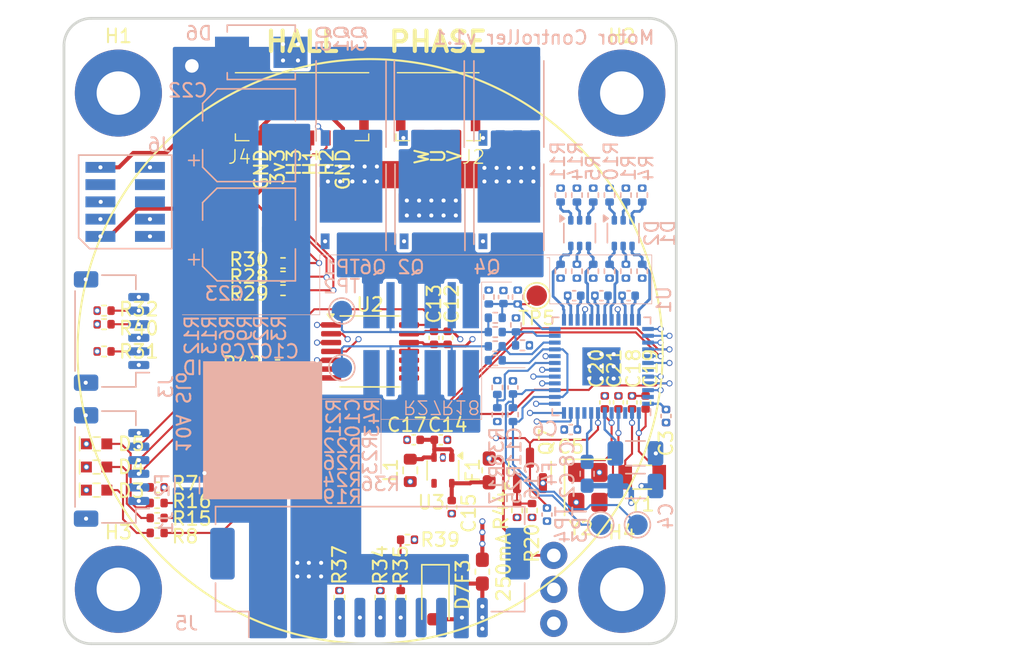
<source format=kicad_pcb>
(kicad_pcb (version 20241229) (generator "pcbnew") (generator_version "9.0")
  (title_block (title "Wheel Motor Driver") (date "2024-12-06") (rev "1") (company "SSL A-Team") (comment 1 "Author: Will Stuckey"))
  (layers (0 "F.Cu" signal) (4 "In1.Cu" signal) (6 "In2.Cu" signal) (8 "In3.Cu" signal) (10 "In4.Cu" signal) (2 "B.Cu" signal) (13 "F.Paste" user) (15 "B.Paste" user) (5 "F.SilkS" user "F.Silkscreen") (7 "B.SilkS" user "B.Silkscreen") (1 "F.Mask" user) (3 "B.Mask" user) (25 "Edge.Cuts" user))
  (net 0 "")
  (net 1 "Net-(U1C-VBOOTU)")
  (net 2 "/motor_driver/MOTOR_{U}")
  (net 3 "GND")
  (net 4 "+BATT")
  (net 6 "+3V0")
  (net 7 "/motor_driver/MOTOR_{V}")
  (net 8 "Net-(U1C-VBOOTV)")
  (net 9 "Net-(U1A-VREG12)")
  (net 10 "Net-(U1C-VBOOTW)")
  (net 11 "/motor_driver/MOTOR_{W}")
  (net 12 "Net-(U1E-OC_COMP)")
  (net 13 "/motor_driver/I_{SENSE(FILTERED)}")
  (net 14 "/3v3_FILT")
  (net 15 "/3v0_PREFUSE")
  (net 16 "/motor_driver/NRST")
  (net 17 "/motor_driver/OSC32_N")
  (net 18 "/motor_driver/OSC32_P")
  (net 19 "/motor_driver/OSC_N")
  (net 20 "/motor_driver/OSC_P")
  (net 21 "Net-(D1A-A)")
  (net 22 "Net-(D1C-A)")
  (net 23 "Net-(D1C-K)")
  (net 24 "Net-(D1B-K)")
  (net 25 "Net-(D1B-A)")
  (net 26 "Net-(D1A-K)")
  (net 27 "Net-(D2B-A)")
  (net 28 "Net-(D2A-K)")
  (net 29 "Net-(D2B-K)")
  (net 30 "Net-(D2A-A)")
  (net 31 "Net-(D2C-K)")
  (net 32 "Net-(D2C-A)")
  (net 33 "+3V3")
  (net 35 "/motor_driver/VEL_ENC_{~{DET}}")
  (net 36 "/encoder/VEL_ENC.B")
  (net 37 "/encoder/VEL_ENC.A")
  (net 38 "/encoder/VEL_ENC.Z")
  (net 39 "/encoder/MOSI")
  (net 40 "/encoder/SCK")
  (net 41 "/encoder/MISO")
  (net 42 "/encoder/CSn")
  (net 43 "/BOOT_UART.RST")
  (net 44 "Net-(Q1-G)")
  (net 45 "Net-(Q2-G)")
  (net 46 "Net-(Q3-G)")
  (net 47 "/motor_driver/LED_{WARN}")
  (net 48 "Net-(D3-A)")
  (net 49 "Net-(Q4-G)")
  (net 50 "Net-(Q5-G)")
  (net 51 "Net-(Q6-G)")
  (net 52 "Net-(D4-A)")
  (net 53 "/motor_driver/LED_{FW_READY}")
  (net 54 "Net-(D5-A)")
  (net 55 "/motor_driver/LED_{ERROR}")
  (net 56 "/motor_driver/V_{sense}_V_{batt}")
  (net 57 "/motor_driver/I_{SENSE(RAW)}")
  (net 58 "/motor_driver/I_{SENSE(AMPLIFIED)}")
  (net 59 "Net-(U1D-OP1N)")
  (net 60 "Net-(U1D-OP1P)")
  (net 61 "/motor_driver/HALL_{1}")
  (net 62 "/motor_driver/HALL_{2}")
  (net 63 "/motor_driver/HALL_{3}")
  (net 64 "Net-(U2-A)")
  (net 65 "/BOOT_UART.RX")
  (net 66 "Net-(J5-Pin_8)")
  (net 67 "/BOOT_UART.TX")
  (net 68 "/BOOT_UART.BOOT0")
  (net 69 "/motor_driver/SWCLK")
  (net 70 "Net-(U2-B)")
  (net 71 "Net-(U2-I)")
  (net 76 "Net-(J5-Pin_1)")
  (net 77 "Net-(D7-A1)")
  (net 80 "/motor_driver/SWDIO")
  (net 86 "/motor_driver/I_{SENSE(RAW)}_P")
  (net 87 "/motor_driver/I_{SENSE(RAW)}_N")
  (net 88 "Net-(U1A-VM)")
  (net 89 "Net-(Q7-G)")
  (footprint "Resistor_SMD:R_0402_1005Metric" (layer "F.Cu") (at 212.25 166.1 90)
    (property "Reference" "R35")
    (property "Value" "330")
  )
  (footprint "Resistor_SMD:R_0402_1005Metric" (layer "F.Cu") (at 210.75 166.1 -90)
    (property "Reference" "R34")
    (property "Value" "100k")
  )
  (footprint "Capacitor_SMD:C_0402_1005Metric" (layer "F.Cu") (at 214.7 147 90)
    (property "Reference" "C13")
    (property "Value" "0.1uF 63V")
  )
  (footprint "Resistor_SMD:R_0402_1005Metric" (layer "F.Cu") (at 194.35 160.25 180)
    (property "Reference" "R15")
    (property "Value" "10k")
  )
  (footprint "Capacitor_SMD:C_0402_1005Metric" (layer "F.Cu") (at 224.75 153.75 180)
    (property "Reference" "C5")
    (property "Value" "1uF 10V")
  )
  (footprint "Capacitor_SMD:C_0402_1005Metric" (layer "F.Cu") (at 215.2 154.5)
    (property "Reference" "C14")
    (property "Value" "0.1uF 63V")
  )
  (footprint "Resistor_SMD:R_0402_1005Metric" (layer "F.Cu") (at 221.9 159.7 -90)
    (property "Reference" "R20")
    (property "Value" "100k")
  )
  (footprint "AT-LED:LED0603" (layer "F.Cu") (at 189.9 154.8)
    (property "Reference" "D5")
    (property "Value" "XL-1608SURC-06")
  )
  (footprint "Capacitor_SMD:C_0402_1005Metric" (layer "F.Cu") (at 228.25 151.75 90)
    (property "Reference" "C21")
    (property "Value" "11pF")
  )
  (footprint "Crystal:Crystal_SMD_3225-4Pin_3.2x2.5mm" (layer "F.Cu") (at 226 158 -90)
    (property "Reference" "Y2")
    (property "Value" "TAXM8M4RDBCCT2T")
  )
  (footprint "Resistor_SMD:R_0402_1005Metric" (layer "F.Cu") (at 194.35 161.35 180)
    (property "Reference" "R8")
    (property "Value" "10k")
  )
  (footprint "Package_TO_SOT_SMD:SOT-23" (layer "F.Cu") (at 221.75 156.75 90)
    (property "Reference" "Q7")
    (property "Value" "BSS138K")
  )
  (footprint "MountingHole:MountingHole_3.2mm_M3_Pad_TopBottom" (layer "F.Cu") (at 228.5 129)
    (property "Reference" "H2")
    (property "Value" "M3")
  )
  (footprint "MountingHole:MountingHole_3.2mm_M3_Pad_TopBottom" (layer "F.Cu") (at 191.5 129)
    (property "Reference" "H1")
    (property "Value" "M3")
  )
  (footprint "Capacitor_SMD:C_0402_1005Metric" (layer "F.Cu") (at 213.2 154.5 180)
    (property "Reference" "C17")
    (property "Value" "1uF 10V")
  )
  (footprint "Resistor_SMD:R_0402_1005Metric" (layer "F.Cu") (at 203.6 142.5)
    (property "Reference" "R28")
    (property "Value" "10k")
  )
  (footprint "Resistor_SMD:R_0402_1005Metric" (layer "F.Cu") (at 190.45 146)
    (property "Reference" "R40")
    (property "Value" "10k")
  )
  (footprint "Resistor_SMD:R_0402_1005Metric" (layer "F.Cu") (at 220.8 159.7 90)
    (property "Reference" "R44")
    (property "Value" "10k")
  )
  (footprint "Resistor_SMD:R_0402_1005Metric" (layer "F.Cu") (at 203.6 143.5)
    (property "Reference" "R29")
    (property "Value" "10k")
  )
  (footprint "Resistor_SMD:R_0402_1005Metric" (layer "F.Cu") (at 190.45 148)
    (property "Reference" "R31")
    (property "Value" "10k")
  )
  (footprint "Capacitor_SMD:C_0402_1005Metric" (layer "F.Cu") (at 227.25 151.75 90)
    (property "Reference" "C20")
    (property "Value" "11pF")
  )
  (footprint "Fuse:Fuse_0603_1608Metric_Pad1.05x0.95mm_HandSolder" (layer "F.Cu") (at 218.25 164.2 90)
    (property "Reference" "F3")
    (property "Value" "0467.250NRHF")
  )
  (footprint "Package_TO_SOT_SMD:SOT-353_SC-70-5" (layer "F.Cu") (at 215.35 156.75 -90)
    (property "Reference" "U3")
    (property "Value" "TLV70030_SOT353")
  )
  (footprint "AT-LED:LED0603" (layer "F.Cu") (at 189.9 158.2)
    (property "Reference" "D3")
    (property "Value" "XL-1608UOC-06")
  )
  (footprint "Package_SO:TSSOP-14_4.4x5mm_P0.65mm" (layer "F.Cu") (at 210 148)
    (property "Reference" "U2")
    (property "Value" "AS5047P")
  )
  (footprint "AT-LED:LED0603" (layer "F.Cu") (at 189.9 156.5)
    (property "Reference" "D4")
    (property "Value" "XL-1608UGC-04")
  )
  (footprint "AT-Connectors:JST_ACHFR_06V" (layer "F.Cu") (at 205 132.5)
    (property "Reference" "J4")
    (property "Value" "BM06B-ACHFKS")
  )
  (footprint "Capacitor_SMD:C_0402_1005Metric" (layer "F.Cu") (at 215.7 147 90)
    (property "Reference" "C12")
    (property "Value" "1uF 10V")
  )
  (footprint "Resistor_SMD:R_0402_1005Metric" (layer "F.Cu") (at 203.2 151.2)
    (property "Reference" "R33")
    (property "Value" "0")
  )
  (footprint "MountingHole:MountingHole_3.2mm_M3_Pad_TopBottom" (layer "F.Cu") (at 191.5 165.5)
    (property "Reference" "H3")
    (property "Value" "M3")
  )
  (footprint "TestPoint:TestPoint_Pad_D1.5mm" (layer "F.Cu") (at 222.25 143.9 180)
    (property "Reference" "TP5")
    (property "Value" "OCP_F")
  )
  (footprint "MountingHole:MountingHole_3.2mm_M3_Pad_TopBottom" (layer "F.Cu") (at 228.5 165.5)
    (property "Reference" "H4")
    (property "Value" "M3")
  )
  (footprint "Resistor_SMD:R_0402_1005Metric" (layer "F.Cu") (at 203.2 150.1)
    (property "Reference" "R41")
    (property "Value" "0")
  )
  (footprint "Resistor_SMD:R_0402_1005Metric" (layer "F.Cu") (at 194.35 158)
    (property "Reference" "R7")
    (property "Value" "10k")
  )
  (footprint "Diode_SMD:D_SOD-123" (layer "F.Cu") (at 214.8 166.05 -90)
    (property "Reference" "D7")
    (property "Value" "SMF3.3CA")
  )
  (footprint "Capacitor_SMD:C_0402_1005Metric" (layer "F.Cu") (at 216 159.45 -90)
    (property "Reference" "C15")
    (property "Value" "1uF 10V")
  )
  (footprint "Resistor_SMD:R_0402_1005Metric" (layer "F.Cu") (at 207.75 166.1 90)
    (property "Reference" "R37")
    (property "Value" "100k")
  )
  (footprint "Resistor_SMD:R_0402_1005Metric" (layer "F.Cu") (at 190.45 145 180)
    (property "Reference" "R32")
    (property "Value" "10k")
  )
  (footprint "AT-Connectors:JST_ACHFR_03V" (layer "F.Cu") (at 215 132.5)
    (property "Reference" "J2")
    (property "Value" "BM03B-ACHFKS")
  )
  (footprint "Capacitor_SMD:C_0402_1005Metric" (layer "F.Cu") (at 231.75 152.75 -90)
    (property "Reference" "C3")
    (property "Value" "1uF 10V")
  )
  (footprint "Fuse:Fuse_0603_1608Metric_Pad1.05x0.95mm_HandSolder" (layer "F.Cu") (at 218.75 156.75 90)
    (property "Reference" "F1")
    (property "Value" "06F-0200L1")
  )
  (footprint "Capacitor_SMD:C_0402_1005Metric" (layer "F.Cu") (at 230.25 151.75 90)
    (property "Reference" "C19")
    (property "Value" "15pF")
  )
  (footprint "Resistor_SMD:R_0402_1005Metric" (layer "F.Cu") (at 194.35 159.15 180)
    (property "Reference" "R16")
    (property "Value" "10k")
  )
  (footprint "Resistor_SMD:R_0402_1005Metric" (layer "F.Cu") (at 203.2 149)
    (property "Reference" "R42")
    (property "Value" "0")
  )
  (footprint "Resistor_SMD:R_0402_1005Metric" (layer "F.Cu") (at 203.6 141.5)
    (property "Reference" "R30")
    (property "Value" "10k")
  )
  (footprint "Crystal:Crystal_SMD_3215-2Pin_3.2x1.5mm" (layer "F.Cu") (at 230 157.25 180)
    (property "Reference" "Y1")
    (property "Value" "Q13FC13500005")
  )
  (footprint "Resistor_SMD:R_0603_1608Metric" (layer "F.Cu") (at 212.95 156.75 90)
    (property "Reference" "L1")
    (property "Value" "650 @100MHz")
  )
  (footprint "Resistor_SMD:R_0402_1005Metric" (layer "F.Cu") (at 212.75 161.85)
    (property "Reference" "R39")
    (property "Value" "0")
  )
  (footprint "Capacitor_SMD:C_0402_1005Metric" (layer "F.Cu") (at 229.25 151.75 90)
    (property "Reference" "C18")
    (property "Value" "15pF")
  )
  (footprint "Capacitor_SMD:C_0402_1005Metric" (layer "B.Cu") (at 231.75 152.75 -90)
    (property "Reference" "C4")
    (property "Value" "0.1uF 63V")
  )
  (footprint "AT-Connectors:Samtec-2x5pin-1.27mm" (layer "B.Cu") (at 192 137 90)
    (property "Reference" "J6")
    (property "Value" "Conn_ARM_JTAG_SWD_10")
  )
  (footprint "Connector_JST:JST_ZE_SM12B-ZESS-TB_1x12-1MP_P1.50mm_Horizontal" (layer "B.Cu") (at 210 165)
    (property "Reference" "J5")
    (property "Value" "SM12B-ZESS")
  )
  (footprint "Resistor_SMD:R_0402_1005Metric" (layer "B.Cu") (at 219.35 150.65 90)
    (property "Reference" "R38")
    (property "Value" "1k")
  )
  (footprint "AT-Discrete:PowerFLAT_5x6" (layer "B.Cu") (at 220.2 129.575 90)
    (property "Reference" "Q3")
    (property "Value" "STL90N10F7")
  )
  (footprint "TestPoint:TestPoint_Pad_D1.5mm" (layer "B.Cu") (at 229.65 160.75 180)
    (property "Reference" "TP3")
    (property "Value" "CS_A")
  )
  (footprint "Resistor_SMD:R_0402_1005Metric" (layer "B.Cu") (at 219.35 152.65 90)
    (property "Reference" "R17")
    (property "Value" "11.5k")
  )
  (footprint "AT-Discrete:PowerFLAT_5x6" (layer "B.Cu") (at 208.6 129.575 90)
    (property "Reference" "Q5")
    (property "Value" "STL90N10F7")
  )
  (footprint "Capacitor_SMD:CP_Elec_6.3x5.8" (layer "B.Cu") (at 201.1 139.4)
    (property "Reference" "C23")
    (property "Value" "EEEFT1V101AP")
  )
  (footprint "Capacitor_SMD:C_1206_3216Metric" (layer "B.Cu") (at 229.5 155.5)
    (property "Reference" "C8")
    (property "Value" "1uF 63V")
  )
  (footprint "AT-Discrete:PowerFLAT_5x6" (layer "B.Cu") (at 214.349999 129.575 90)
    (property "Reference" "Q1")
    (property "Value" "STL90N10F7")
  )
  (footprint "Capacitor_SMD:C_0402_1005Metric" (layer "B.Cu") (at 227 143.9 180)
    (property "Reference" "C7")
    (property "Value" "0.1uF 63V")
  )
  (footprint "Resistor_SMD:R_0402_1005Metric" (layer "B.Cu") (at 225.2 136.5 90)
    (property "Reference" "R14")
    (property "Value" "10")
  )
  (footprint "Resistor_SMD:R_0402_1005Metric" (layer "B.Cu") (at 227.6 136.5 90)
    (property "Reference" "R10")
    (property "Value" "10")
  )
  (footprint "Resistor_SMD:R_0402_1005Metric" (layer "B.Cu") (at 221.2 147.55)
    (property "Reference" "R36")
    (property "Value" "12.7k 1%")
  )
  (footprint "Fuse:Fuse_1206_3216Metric_Pad1.42x1.75mm_HandSolder" (layer "B.Cu") (at 196.55 157.85 -90)
    (property "Reference" "F2")
    (property "Value" "0501010.WR1")
  )
  (footprint "Resistor_SMD:R_0402_1005Metric" (layer "B.Cu") (at 220.85 144 90)
    (property "Reference" "R43")
    (property "Value" "1k 1%")
  )
  (footprint "Connector_JST:JST_SH_SM06B-SRSS-TB_1x06-1MP_P1.00mm_Horizontal" (layer "B.Cu") (at 191 156.5 90)
    (property "Reference" "J1")
    (property "Value" "SM06B-SRSS-TB")
  )
  (footprint "Resistor_SMD:R_0402_1005Metric" (layer "B.Cu") (at 219.2 145.525)
    (property "Reference" "R22")
    (property "Value" "2.37k 1%")
  )
  (footprint "Resistor_SMD:R_0402_1005Metric" (layer "B.Cu") (at 227.6 142.1 -90)
    (property "Reference" "R9")
    (property "Value" "62")
  )
  (footprint "Resistor_SMD:R_0402_1005Metric" (layer "B.Cu") (at 218.725 144 -90)
    (property "Reference" "R21")
    (property "Value" "30k 1%")
  )
  (footprint "AT-Discrete:PowerFLAT_5x6" (layer "B.Cu") (at 220.2 137.175 90)
    (property "Reference" "Q4")
    (property "Value" "STL90N10F7")
  )
  (footprint "Capacitor_SMD:C_0402_1005Metric" (layer "B.Cu") (at 220.5 150.649999 90)
    (property "Reference" "C11")
    (property "Value" "1uF 10V")
  )
  (footprint "Resistor_SMD:R_0402_1005Metric" (layer "B.Cu") (at 224 142.1 -90)
    (property "Reference" "R12")
    (property "Value" "62")
  )
  (footprint "Connector_JST:JST_SH_SM06B-SRSS-TB_1x06-1MP_P1.00mm_Horizontal" (layer "B.Cu") (at 191 146.5 90)
    (property "Reference" "J3")
    (property "Value" "SM06B-SRSS-TB")
  )
  (footprint "TestPoint:TestPoint_Pad_D1.5mm" (layer "B.Cu") (at 226.95 160.75)
    (property "Reference" "TP4")
    (property "Value" "CS_F")
  )
  (footprint "Fuse:Fuse_0603_1608Metric_Pad1.05x0.95mm_HandSolder" (layer "B.Cu") (at 225.95 157 90)
    (property "Reference" "F4")
    (property "Value" "06F-0200L1")
  )
  (footprint "AT-Discrete:D_SMB_Non-Polar" (layer "B.Cu") (at 202 126 180)
    (property "Reference" "D6")
    (property "Value" "SMBJ26CA")
  )
  (footprint "Resistor_SMD:R_0402_1005Metric" (layer "B.Cu") (at 220.725 146.05 -90)
    (property "Reference" "R23")
    (property "Value" "140k 1%")
  )
  (footprint "Capacitor_SMD:CP_Elec_6.3x5.8" (layer "B.Cu") (at 201.1 132.1)
    (property "Reference" "C22")
    (property "Value" "EEEFT1V101AP")
  )
  (footprint "Capacitor_SMD:C_0402_1005Metric" (layer "B.Cu") (at 225 143.9 180)
    (property "Reference" "C9")
    (property "Value" "0.1uF 63V")
  )
  (footprint "Resistor_SMD:R_0402_1005Metric" (layer "B.Cu") (at 226.4 136.5 90)
    (property "Reference" "R5")
    (property "Value" "10")
  )
  (footprint "AT-Resistors:2512_CS_ADI-TypeC" (layer "B.Cu") (at 211.5 147.1 -90)
    (property "Reference" "R27")
    (property "Value" "HoLLR2512-3W-100mR-1%")
  )
  (footprint "Package_TO_SOT_SMD:SOT-363_SC-70-6" (layer "B.Cu") (at 225.4 139.3 -90)
    (property "Reference" "D2")
    (property "Value" "BAS16VY")
  )
  (footprint "Resistor_SMD:R_0402_1005Metric" (layer "B.Cu") (at 228.8 142.1 -90)
    (property "Reference" "R2")
    (property "Value" "62")
  )
  (footprint "AT-Resistors:2512_CS_ADI-TypeC" (layer "B.Cu") (at 216 147.1 -90)
    (property "Reference" "R18")
    (property "Value" "HoLLR2512-3W-100mR-1%")
  )
  (footprint "Resistor_SMD:R_0402_1005Metric" (layer "B.Cu") (at 224 136.5 90)
    (property "Reference" "R11")
    (property "Value" "10")
  )
  (footprint "Resistor_SMD:R_0402_1005Metric" (layer "B.Cu") (at 220.5 152.65 90)
    (property "Reference" "R25")
    (property "Value" "20 1%")
  )
  (footprint "TestPoint:TestPoint_Pad_D1.5mm" (layer "B.Cu") (at 207.925 149.2 180)
    (property "Reference" "TP2")
    (property "Value" "CS_N")
  )
  (footprint "Resistor_SMD:R_0402_1005Metric" (layer "B.Cu") (at 219.2 146.575)
    (property "Reference" "R26")
    (property "Value" "2.37k 1%")
  )
  (footprint "Resistor_SMD:R_0402_1005Metric" (layer "B.Cu") (at 219.2 148.65)
    (property "Reference" "R19")
    (property "Value" "40.2k 1%")
  )
  (footprint "TestPoint:TestPoint_Pad_D1.5mm" (layer "B.Cu") (at 207.925 145.025 180)
    (property "Reference" "TP1")
    (property "Value" "CS_P")
  )
  (footprint "Resistor_SMD:R_0402_1005Metric" (layer "B.Cu") (at 225.2 142.1 -90)
    (property "Reference" "R13")
    (property "Value" "62")
  )
  (footprint "Capacitor_SMD:C_0402_1005Metric" (layer "B.Cu") (at 219.8 144 90)
    (property "Reference" "C10")
    (property "Value" "22uF 6.3V")
  )
  (footprint "Resistor_SMD:R_0402_1005Metric" (layer "B.Cu") (at 228.8 136.5 90)
    (property "Reference" "R1")
    (property "Value" "10")
  )
  (footprint "AT-Discrete:PowerFLAT_5x6" (layer "B.Cu") (at 208.6 137.175 90)
    (property "Reference" "Q6")
    (property "Value" "STL90N10F7")
  )
  (footprint "Resistor_SMD:R_0402_1005Metric" (layer "B.Cu") (at 219.2 147.625)
    (property "Reference" "R24")
    (property "Value" "10.0k 1%")
  )
  (footprint "AT-IC:QFN-48-1EP_7x7mm_P0.5mm_EP2.8x2.8mm" (layer "B.Cu") (at 227 149.1 90)
    (property "Reference" "U1")
    (property "Value" "STSPIN32F0B")
  )
  (footprint "Package_TO_SOT_SMD:SOT-363_SC-70-6" (layer "B.Cu") (at 228.6 139.3 -90)
    (property "Reference" "D1")
    (property "Value" "BAS16VY")
  )
  (footprint "Capacitor_SMD:C_0402_1005Metric" (layer "B.Cu") (at 224.75 153.75 180)
    (property "Reference" "C6")
    (property "Value" "0.1uF 63V")
  )
  (footprint "AT-Discrete:PowerFLAT_5x6" (layer "B.Cu") (at 214.4 137.175 90)
    (property "Reference" "Q2")
    (property "Value" "STL90N10F7")
  )
  (footprint "Capacitor_SMD:C_1206_3216Metric" (layer "B.Cu") (at 229.5 157.9)
    (property "Reference" "C2")
    (property "Value" "1uF 63V")
  )
  (footprint "Capacitor_SMD:C_0402_1005Metric" (layer "B.Cu") (at 223 160 -90)
    (property "Reference" "C16")
    (property "Value" "0.1uF 63V")
  )
  (footprint "Resistor_SMD:R_0402_1005Metric" (layer "B.Cu") (at 226.4 142.1 -90)
    (property "Reference" "R6")
    (property "Value" "62")
  )
  (footprint "Capacitor_SMD:C_0402_1005Metric" (layer "B.Cu") (at 229 143.9 180)
    (property "Reference" "C1")
    (property "Value" "0.1uF 63V")
  )
  (footprint "Resistor_SMD:R_0402_1005Metric" (layer "B.Cu") (at 230 142.1 -90)
    (property "Reference" "R3")
    (property "Value" "62")
  )
  (footprint "Resistor_SMD:R_0402_1005Metric" (layer "B.Cu") (at 230 136.5 90)
    (property "Reference" "R4")
    (property "Value" "10")
  )
  (gr_circle (center 210 148) (end 231.5 148) (stroke (width 0.153)) (fill no) (layer "F.SilkS"))
  (gr_line (start 206.3 140.9) (end 230.7 140.9) (stroke (width 0.05)) (layer "B.SilkS"))
  (gr_line (start 206.3 145.3) (end 196.2 145.3) (stroke (width 0.05)) (layer "B.SilkS"))
  (gr_line (start 210.8 153) (end 210.8 151.5) (stroke (width 0.05)) (layer "B.SilkS"))
  (gr_line (start 220.4 142.9) (end 218.2 142.9) (stroke (width 0.05)) (layer "B.SilkS"))
  (gr_line (start 218.2 153) (end 218.2 142.9) (stroke (width 0.05)) (layer "B.SilkS"))
  (gr_line (start 221.4 149.2) (end 218.2 149.2) (stroke (width 0.05)) (layer "B.SilkS"))
  (gr_line (start 223.2 141.1) (end 223 141.1) (stroke (width 0.05)) (layer "B.SilkS"))
  (gr_line (start 223.2 144.5) (end 223.2 141.1) (stroke (width 0.05)) (layer "B.SilkS"))
  (gr_line (start 210.8 151.5) (end 206.5 151.5) (stroke (width 0.05)) (layer "B.SilkS"))
  (gr_line (start 210.8 157) (end 210.8 153) (stroke (width 0.05)) (layer "B.SilkS"))
  (gr_line (start 230.7 144.5) (end 223.2 144.5) (stroke (width 0.05)) (layer "B.SilkS"))
  (gr_line (start 206.3 145.3) (end 206.3 140.9) (stroke (width 0.05)) (layer "B.SilkS"))
  (gr_line (start 218.2 153) (end 210.8 153) (stroke (width 0.05)) (layer "B.SilkS"))
  (gr_line (start 230.7 140.9) (end 230.7 144.5) (stroke (width 0.05)) (layer "B.SilkS"))
  (gr_rect (start 197.8 148.8) (end 206.4 158.8) (stroke (width 0.153)) (fill yes) (layer "B.SilkS"))
  (gr_line (start 230.5 123.5) (end 189.5 123.5) (stroke (width 0.2)) (layer "Edge.Cuts"))
  (gr_arc (start 187.5 125.5) (mid 188.085786 124.085786) (end 189.5 123.5) (stroke (width 0.2)) (layer "Edge.Cuts"))
  (gr_line (start 230.5 169.5) (end 189.5 169.5) (stroke (width 0.2)) (layer "Edge.Cuts"))
  (gr_arc (start 230.5 123.5) (mid 231.914214 124.085786) (end 232.5 125.5) (stroke (width 0.2)) (layer "Edge.Cuts"))
  (gr_line (start 232.5 125.5) (end 232.5 167.5) (stroke (width 0.2)) (layer "Edge.Cuts"))
  (gr_arc (start 189.5 169.5) (mid 188.085786 168.914214) (end 187.5 167.5) (stroke (width 0.2)) (layer "Edge.Cuts"))
  (gr_arc (start 232.5 167.5) (mid 231.914214 168.914214) (end 230.5 169.5) (stroke (width 0.2)) (layer "Edge.Cuts"))
  (gr_line (start 187.5 125.5) (end 187.5 167.5) (stroke (width 0.2)) (layer "Edge.Cuts"))
  (gr_text "V" (at 216.2 133.1 90) (layer "F.SilkS") (effects (font (size 1 1) (thickness 0.153)) (justify right)))
  (gr_text "H3" (at 204.4 133 90) (layer "F.SilkS") (effects (font (size 1 1) (thickness 0.153)) (justify right)))
  (gr_text "3v3" (at 203.2 133 90) (layer "F.SilkS") (effects (font (size 1 1) (thickness 0.153)) (justify right)))
  (gr_text "GND" (at 202 133 90) (layer "F.SilkS") (effects (font (size 1 1) (thickness 0.153)) (justify right)))
  (gr_text "H1" (at 205.6 133 90) (layer "F.SilkS") (effects (font (size 1 1) (thickness 0.153)) (justify right)))
  (gr_text "U" (at 215 133 90) (layer "F.SilkS") (effects (font (size 1 1) (thickness 0.153)) (justify right)))
  (gr_text "GND" (at 208 133 90) (layer "F.SilkS") (effects (font (size 1 1) (thickness 0.153)) (justify right)))
  (gr_text "H2" (at 206.8 133 90) (layer "F.SilkS") (effects (font (size 1 1) (thickness 0.153)) (justify right)))
  (gr_text "250mA" (at 220.4 166.5 90) (layer "F.SilkS") (effects (font (size 1 1) (thickness 0.153)) (justify left bottom)))
  (gr_text "HALL" (at 205 126.1 0) (layer "F.SilkS") (effects (font (size 1.5 1.5) (thickness 0.3) (bold yes)) (justify bottom)))
  (gr_text "W" (at 213.8 133 90) (layer "F.SilkS") (effects (font (size 1 1) (thickness 0.153)) (justify right)))
  (gr_text "PHASE" (at 215 126.1 0) (layer "F.SilkS") (effects (font (size 1.5 1.5) (thickness 0.3) (bold yes)) (justify bottom)))
  (gr_text "ID" (at 197.8 149.8 0) (layer "B.SilkS") (effects (font (size 1 1) (thickness 0.153)) (justify left bottom mirror)))
  (gr_text "Motor Controller v1.1" (at 231 125.5 0) (layer "B.SilkS") (effects (font (size 1 1) (thickness 0.153)) (justify left bottom mirror)))
  (gr_text "10A Slo" (at 195.65 155.5 -90) (layer "B.SilkS") (effects (font (size 1 1) (thickness 0.153)) (justify left bottom mirror)))
  (segment (start 229.48 144.42) (end 229.48 143.9) (width 0.2) (layer "B.Cu") (net 1))
  (segment (start 229.25 144.65) (end 229.48 144.42) (width 0.2) (layer "B.Cu") (net 1))
  (segment (start 229.25 145.675) (end 229.25 144.65) (width 0.2) (layer "B.Cu") (net 1))
  (via (at 212.7 138) (size 0.45) (drill 0.3) (layers "F.Cu" "B.Cu") (net 2))
  (via (at 213.6 138) (size 0.45) (drill 0.3) (layers "F.Cu" "B.Cu") (net 2))
  (via (at 216.3 136.9) (size 0.45) (drill 0.3) (layers "F.Cu" "B.Cu") (net 2))
  (via (at 212.7 136.9) (size 0.45) (drill 0.3) (layers "F.Cu" "B.Cu") (net 2))
  (via (at 215.4 138) (size 0.45) (drill 0.3) (layers "F.Cu" "B.Cu") (net 2))
  (via (at 215.4 136.9) (size 0.45) (drill 0.3) (layers "F.Cu" "B.Cu") (net 2))
  (via (at 216.3 138) (size 0.45) (drill 0.3) (layers "F.Cu" "B.Cu") (net 2))
  (via (at 214.5 136.9) (size 0.45) (drill 0.3) (layers "F.Cu" "B.Cu") (net 2))
  (via (at 228.52 143.9) (size 0.45) (drill 0.3) (layers "F.Cu" "B.Cu") (net 2))
  (via (at 213.6 136.9) (size 0.45) (drill 0.3) (layers "F.Cu" "B.Cu") (net 2))
  (via (at 214.5 138) (size 0.45) (drill 0.3) (layers "F.Cu" "B.Cu") (net 2))
  (segment (start 228.75 144.65) (end 228.75 145.675) (width 0.2) (layer "B.Cu") (net 2))
  (segment (start 228.52 143.9) (end 228.52 144.42) (width 0.2) (layer "B.Cu") (net 2))
  (segment (start 228.52 144.42) (end 228.75 144.65) (width 0.2) (layer "B.Cu") (net 2))
  (segment (start 207.7 165.590001) (end 207.75 165.590001) (width 0.153) (layer "F.Cu") (net 3))
  (segment (start 192.6 133.4) (end 191.54 134.46) (width 0.3) (layer "F.Cu") (net 3))
  (segment (start 202 132.3) (end 196.1 132.3) (width 0.3) (layer "F.Cu") (net 3))
  (segment (start 207.2 130.8) (end 202.7 130.8) (width 0.3) (layer "F.Cu") (net 3))
  (segment (start 212.8625 146.7) (end 213.9 146.7) (width 0.2) (layer "F.Cu") (net 3))
  (segment (start 208 132.3) (end 208 131.6) (width 0.3) (layer "F.Cu") (net 3))
  (segment (start 227.05 156.7) (end 226.85 156.9) (width 0.153) (layer "F.Cu") (net 3))
  (segment (start 214.08 146.52) (end 214.7 146.52) (width 0.2) (layer "F.Cu") (net 3))
  (segment (start 227.08 156.7) (end 227.05 156.7) (width 0.153) (layer "F.Cu") (net 3))
  (segment (start 230.25 151.27) (end 229.25 151.27) (width 0.153) (layer "F.Cu") (net 3))
  (segment (start 213.9 146.7) (end 214.08 146.52) (width 0.2) (layer "F.Cu") (net 3))
  (segment (start 202 131.5) (end 202 132.3) (width 0.3) (layer "F.Cu") (net 3))
  (segment (start 195 133.4) (end 192.6 133.4) (width 0.3) (layer "F.Cu") (net 3))
  (segment (start 202.7 130.8) (end 202 131.5) (width 0.3) (layer "F.Cu") (net 3))
  (segment (start 216.625 167.7) (end 216.75 167.575) (width 0.3) (layer "F.Cu") (net 3))
  (segment (start 196.1 132.3) (end 195 133.4) (width 0.3) (layer "F.Cu") (net 3))
  (segment (start 216.045 146.52) (end 216.625 147.1) (width 0.2) (layer "F.Cu") (net 3))
  (segment (start 214.8 167.7) (end 216.625 167.7) (width 0.3) (layer "F.Cu") (net 3))
  (segment (start 206.1 148.65) (end 207.1375 148.65) (width 0.153) (layer "F.Cu") (net 3))
  (segment (start 191.54 134.46) (end 190.18 134.46) (width 0.3) (layer "F.Cu") (net 3))
  (segment (start 222.7 157.7) (end 222.75 157.75) (width 0.153) (layer "F.Cu") (net 3))
  (segment (start 215.7 146.52) (end 214.7 146.52) (width 0.2) (layer "F.Cu") (net 3))
  (segment (start 215.7 146.52) (end 216.045 146.52) (width 0.2) (layer "F.Cu") (net 3))
  (segment (start 208 131.6) (end 207.2 130.8) (width 0.3) (layer "F.Cu") (net 3))
  (segment (start 222.7 157.6875) (end 222.7 157.7) (width 0.153) (layer "F.Cu") (net 3))
  (via (at 223.5 165.5) (size 2) (drill 1) (layers "F.Cu" "B.Cu") (net 3))
  (via (at 227.9 149.1) (size 0.45) (drill 0.3) (layers "F.Cu" "B.Cu") (net 3))
  (via (at 216.75 167.575) (size 0.45) (drill 0.3) (layers "F.Cu" "B.Cu") (net 3))
  (via (at 222.9 148.35) (size 0.45) (drill 0.3) (layers "F.Cu" "B.Cu") (net 3))
  (via (at 220.5 150.169999) (size 0.45) (drill 0.3) (layers "F.Cu" "B.Cu") (net 3))
  (via (at 189.94 148) (size 0.45) (drill 0.3) (layers "F.Cu" "B.Cu") (net 3))
  (via (at 204.65 164.55) (size 0.45) (drill 0.3) (layers "F.Cu" "B.Cu") (net 3))
  (via (at 227 149.1) (size 0.45) (drill 0.3) (layers "F.Cu" "B.Cu") (net 3))
  (via (at 227 150) (size 0.45) (drill 0.3) (layers "F.Cu" "B.Cu") (net 3))
  (via (at 231.35 149.85) (size 0.45) (drill 0.3) (layers "F.Cu" "B.Cu") (net 3))
  (via (at 189.15 154.8) (size 0.45) (drill 0.3) (layers "F.Cu" "B.Cu") (net 3))
  (via (at 227.9 150) (size 0.45) (drill 0.3) (layers "F.Cu" "B.Cu") (net 3))
  (via (at 231.75 153.23) (size 0.45) (drill 0.3) (layers "F.Cu" "B.Cu") (net 3))
  (via (at 189.15 158.2) (size 0.45) (drill 0.3) (layers "F.Cu" "B.Cu") (net 3))
  (via (at 204.65 163.55) (size 0.45) (drill 0.3) (layers "F.Cu" "B.Cu") (net 3))
  (via (at 220.85 143.49) (size 0.45) (drill 0.3) (layers "F.Cu" "B.Cu") (net 3))
  (via (at 207.75 165.590001) (size 0.45) (drill 0.3) (layers "F.Cu" "B.Cu") (net 3))
  (via (at 224.25 153.75) (size 0.45) (drill 0.3) (layers "F.Cu" "B.Cu") (net 3))
  (via (at 226.1 148.2) (size 0.45) (drill 0.3) (layers "F.Cu" "B.Cu") (net 3))
  (via (at 229.25 151.27) (size 0.45) (drill 0.3) (layers "F.Cu" "B.Cu") (net 3))
  (via (at 227.9 148.2) (size 0.45) (drill 0.3) (layers "F.Cu" "B.Cu") (net 3))
  (via (at 205.5 164.55) (size 0.45) (drill 0.3) (layers "F.Cu" "B.Cu") (net 3))
  (via (at 189.94 146) (size 0.45) (drill 0.3) (layers "F.Cu" "B.Cu") (net 3))
  (via (at 212.72 154.5) (size 0.45) (drill 0.3) (layers "F.Cu" "B.Cu") (net 3))
  (via (at 203.6 126.6) (size 0.45) (drill 0.3) (layers "F.Cu" "B.Cu") (net 3))
  (via (at 206.4 163.55) (size 0.45) (drill 0.3) (layers "F.Cu" "B.Cu") (net 3))
  (via (at 203.6 125.4) (size 0.45) (drill 0.3) (layers "F.Cu" "B.Cu") (net 3))
  (via (at 229.95 157.9) (size 0.45) (drill 0.3) (layers "F.Cu" "B.Cu") (net 3))
  (via (at 193.000001 149) (size 0.45) (drill 0.3) (layers "F.Cu" "B.Cu") (net 3))
  (via (at 205.5 163.55) (size 0.45) (drill 0.3) (layers "F.Cu" "B.Cu") (net 3))
  (via (at 206.4 164.55) (size 0.45) (drill 0.3) (layers "F.Cu" "B.Cu") (net 3))
  (via (at 190.18 134.46) (size 0.45) (drill 0.3) (layers "F.Cu" "B.Cu") (net 3))
  (via (at 189.1 152.7) (size 0.45) (drill 0.3) (layers "F.Cu" "B.Cu") (net 3))
  (via (at 216.625 147.1) (size 0.45) (drill 0.3) (layers "F.Cu" "B.Cu") (net 3))
  (via (at 189.125 160.3) (size 0.45) (drill 0.3) (layers "F.Cu" "B.Cu") (net 3))
  (via (at 223 160.48) (size 0.45) (drill 0.3) (layers "F.Cu" "B.Cu") (net 3))
  (via (at 189.15 156.5) (size 0.45) (drill 0.3) (layers "F.Cu" "B.Cu") (net 3))
  (via (at 215.35 155.800001) (size 0.45) (drill 0.3) (layers "F.Cu" "B.Cu") (net 3))
  (via (at 227.25 151.27) (size 0.45) (drill 0.3) (layers "F.Cu" "B.Cu") (net 3))
  (via (at 215.68 154.5) (size 0.45) (drill 0.3) (layers "F.Cu" "B.Cu") (net 3))
  (via (at 227 148.2) (size 0.45) (drill 0.3) (layers "F.Cu" "B.Cu") (net 3))
  (via (at 219.8 143.52) (size 0.45) (drill 0.3) (layers "F.Cu" "B.Cu") (net 3))
  (via (at 204.7 125.4) (size 0.45) (drill 0.3) (layers "F.Cu" "B.Cu") (net 3))
  (via (at 221.7 147.55) (size 0.45) (drill 0.3) (layers "F.Cu" "B.Cu") (net 3))
  (via (at 190.18 138.27) (size 0.45) (drill 0.3) (layers "F.Cu" "B.Cu") (net 3))
  (via (at 193.000001 154) (size 0.45) (drill 0.3) (layers "F.Cu" "B.Cu") (net 3))
  (via (at 189.1 142.7) (size 0.45) (drill 0.3) (layers "F.Cu" "B.Cu") (net 3))
  (via (at 206.1 148.65) (size 0.45) (drill 0.3) (layers "F.Cu" "B.Cu") (net 3))
  (via (at 204.7 126.6) (size 0.45) (drill 0.3) (layers "F.Cu" "B.Cu") (net 3))
  (via (at 222.7 157.6875) (size 0.45) (drill 0.3) (layers "F.Cu" "B.Cu") (net 3))
  (via (at 221.9 160.199999) (size 0.45) (drill 0.3) (layers "F.Cu" "B.Cu") (net 3))
  (via (at 189.1 150.3) (size 0.45) (drill 0.3) (layers "F.Cu" "B.Cu") (net 3))
  (via (at 190.2 137) (size 0.45) (drill 0.3) (layers "F.Cu" "B.Cu") (net 3))
  (via (at 228.25 151.27) (size 0.45) (drill 0.3) (layers "F.Cu" "B.Cu") (net 3))
  (via (at 216 159.93) (size 0.45) (drill 0.3) (layers "F.Cu" "B.Cu") (net 3))
  (via (at 226.85 156.9) (size 0.45) (drill 0.3) (layers "F.Cu" "B.Cu") (net 3))
  (via (at 226.1 150) (size 0.45) (drill 0.3) (layers "F.Cu" "B.Cu") (net 3))
  (via (at 231 155.5) (size 0.45) (drill 0.3) (layers "F.Cu" "B.Cu") (net 3))
  (via (at 226.1 149.1) (size 0.45) (drill 0.3) (layers "F.Cu" "B.Cu") (net 3))
  (via (at 219.35 150.140001) (size 0.45) (drill 0.3) (layers "F.Cu" "B.Cu") (net 3))
  (via (at 225.15 159.1) (size 0.45) (drill 0.3) (layers "F.Cu" "B.Cu") (net 3))
  (segment (start 189.125 150.3) (end 189.1 150.3) (width 0.153) (layer "B.Cu") (net 3))
  (segment (start 224.27 153.75) (end 224.25 153.75) (width 0.175) (layer "B.Cu") (net 3))
  (segment (start 190.18 134.48) (end 190.2 134.5) (width 0.153) (layer "B.Cu") (net 3))
  (segment (start 223.575 148.35) (end 222.9 148.35) (width 0.153) (layer "B.Cu") (net 3))
  (segment (start 189.125 152.7) (end 189.1 152.7) (width 0.153) (layer "B.Cu") (net 3))
  (segment (start 230.975001 155.5) (end 231 155.5) (width 0.175) (layer "B.Cu") (net 3))
  (segment (start 190.18 138.27) (end 190.18 138.28) (width 0.153) (layer "B.Cu") (net 3))
  (segment (start 190.18 134.46) (end 190.18 134.48) (width 0.153) (layer "B.Cu") (net 3))
  (segment (start 229.95 157.9) (end 230.975 157.9) (width 0.4) (layer "B.Cu") (net 3))
  (segment (start 189.125 142.7) (end 189.1 142.7) (width 0.153) (layer "B.Cu") (net 3))
  (segment (start 230.425 149.85) (end 231.35 149.85) (width 0.153) (layer "B.Cu") (net 3))
  (segment (start 190.18 138.28) (end 190.2 138.3) (width 0.153) (layer "B.Cu") (net 3))
  (segment (start 190.18 137) (end 190.2 137) (width 0.153) (layer "B.Cu") (net 3))
  (via (at 196.9 127) (size 2) (drill 1) (layers "F.Cu" "B.Cu") (net 4))
  (via (at 219.35 153.159999) (size 0.45) (drill 0.3) (layers "F.Cu" "B.Cu") (net 4))
  (via (at 197.825 156.95) (size 0.45) (drill 0.3) (layers "F.Cu" "B.Cu") (net 4))
  (via (at 229.2 159.15) (size 0.45) (drill 0.3) (layers "F.Cu" "B.Cu") (net 4))
  (segment (start 229.2 159.15) (end 229.2 158.25) (width 0.4) (layer "B.Cu") (net 4))
  (segment (start 225.95 157.874999) (end 227.999998 157.874999) (width 0.4) (layer "B.Cu") (net 4))
  (segment (start 227.999998 157.874999) (end 228.024999 157.9) (width 0.4) (layer "B.Cu") (net 4))
  (segment (start 229.2 158.25) (end 228.85 157.9) (width 0.4) (layer "B.Cu") (net 4))
  (segment (start 228.85 157.9) (end 228.024999 157.9) (width 0.4) (layer "B.Cu") (net 4))
  (segment (start 219.8 161) (end 221.8 163) (width 0.2) (layer "F.Cu") (net 6))
  (segment (start 219.475001 155.875001) (end 219.8 156.2) (width 0.2) (layer "F.Cu") (net 6))
  (segment (start 219.8 156.2) (end 219.8 161) (width 0.2) (layer "F.Cu") (net 6))
  (segment (start 218.75 155.875001) (end 219.475001 155.875001) (width 0.2) (layer "F.Cu") (net 6))
  (segment (start 221.8 163) (end 223.5 163) (width 0.2) (layer "F.Cu") (net 6))
  (via (at 225.23 153.75) (size 0.45) (drill 0.3) (layers "F.Cu" "B.Cu") (net 6))
  (via (at 220.725 145.540001) (size 0.45) (drill 0.3) (layers "F.Cu" "B.Cu") (net 6))
  (via (at 218.75 155.875001) (size 0.45) (drill 0.3) (layers "F.Cu" "B.Cu") (net 6))
  (via (at 218.725 143.490001) (size 0.45) (drill 0.3) (layers "F.Cu" "B.Cu") (net 6))
  (via (at 223.5 163) (size 2) (drill 1) (layers "F.Cu" "B.Cu") (net 6))
  (segment (start 225.23 153.75) (end 225.25 153.73) (width 0.175) (layer "B.Cu") (net 6))
  (segment (start 225.25 152.525) (end 225.25 153.73) (width 0.175) (layer "B.Cu") (net 6))
  (via (at 220.2 135.5) (size 0.45) (drill 0.3) (layers "F.Cu" "B.Cu") (net 7))
  (via (at 222 135.5) (size 0.45) (drill 0.3) (layers "F.Cu" "B.Cu") (net 7))
  (via (at 221.1 135.5) (size 0.45) (drill 0.3) (layers "F.Cu" "B.Cu") (net 7))
  (via (at 219.3 135.5) (size 0.45) (drill 0.3) (layers "F.Cu" "B.Cu") (net 7))
  (via (at 218.4 135.5) (size 0.45) (drill 0.3) (layers "F.Cu" "B.Cu") (net 7))
  (via (at 221.1 134.5) (size 0.45) (drill 0.3) (layers "F.Cu" "B.Cu") (net 7))
  (via (at 218.4 134.5) (size 0.45) (drill 0.3) (layers "F.Cu" "B.Cu") (net 7))
  (via (at 220.2 134.5) (size 0.45) (drill 0.3) (layers "F.Cu" "B.Cu") (net 7))
  (via (at 222 134.5) (size 0.45) (drill 0.3) (layers "F.Cu" "B.Cu") (net 7))
  (via (at 226.52 143.9) (size 0.45) (drill 0.3) (layers "F.Cu" "B.Cu") (net 7))
  (via (at 219.3 134.5) (size 0.45) (drill 0.3) (layers "F.Cu" "B.Cu") (net 7))
  (segment (start 226.52 144.42) (end 226.75 144.65) (width 0.2) (layer "B.Cu") (net 7))
  (segment (start 226.52 143.9) (end 226.52 144.42) (width 0.2) (layer "B.Cu") (net 7))
  (segment (start 226.75 144.65) (end 226.75 145.675) (width 0.2) (layer "B.Cu") (net 7))
  (segment (start 227.25 144.65) (end 227.48 144.42) (width 0.2) (layer "B.Cu") (net 8))
  (segment (start 227.25 145.675) (end 227.25 144.65) (width 0.2) (layer "B.Cu") (net 8))
  (segment (start 227.48 144.42) (end 227.48 143.9) (width 0.2) (layer "B.Cu") (net 8))
  (segment (start 227.25 152.525) (end 227.2415 152.5335) (width 0.175) (layer "B.Cu") (net 9))
  (segment (start 227.2415 153.7415) (end 228.024999 154.524999) (width 0.175) (layer "B.Cu") (net 9))
  (segment (start 228.024999 154.524999) (end 228.024999 155.5) (width 0.175) (layer "B.Cu") (net 9))
  (segment (start 227.2415 152.5335) (end 227.2415 153.7415) (width 0.175) (layer "B.Cu") (net 9))
  (segment (start 225.48 144.42) (end 225.48 143.9) (width 0.2) (layer "B.Cu") (net 10))
  (segment (start 225.25 144.65) (end 225.48 144.42) (width 0.2) (layer "B.Cu") (net 10))
  (segment (start 225.25 145.675) (end 225.25 144.65) (width 0.2) (layer "B.Cu") (net 10))
  (via (at 210.5 135.5) (size 0.45) (drill 0.3) (layers "F.Cu" "B.Cu") (net 11))
  (via (at 207.8 135.5) (size 0.45) (drill 0.3) (layers "F.Cu" "B.Cu") (net 11))
  (via (at 224.52 143.9) (size 0.45) (drill 0.3) (layers "F.Cu" "B.Cu") (net 11))
  (via (at 209.6 134.4) (size 0.45) (drill 0.3) (layers "F.Cu" "B.Cu") (net 11))
  (via (at 206.9 135.5) (size 0.45) (drill 0.3) (layers "F.Cu" "B.Cu") (net 11))
  (via (at 206.9 134.4) (size 0.45) (drill 0.3) (layers "F.Cu" "B.Cu") (net 11))
  (via (at 207.8 134.4) (size 0.45) (drill 0.3) (layers "F.Cu" "B.Cu") (net 11))
  (via (at 208.7 135.5) (size 0.45) (drill 0.3) (layers "F.Cu" "B.Cu") (net 11))
  (via (at 210.5 134.4) (size 0.45) (drill 0.3) (layers "F.Cu" "B.Cu") (net 11))
  (via (at 209.6 135.5) (size 0.45) (drill 0.3) (layers "F.Cu" "B.Cu") (net 11))
  (via (at 208.7 134.4) (size 0.45) (drill 0.3) (layers "F.Cu" "B.Cu") (net 11))
  (segment (start 224.75 144.65) (end 224.75 145.675) (width 0.2) (layer "B.Cu") (net 11))
  (segment (start 224.52 143.9) (end 224.52 144.42) (width 0.2) (layer "B.Cu") (net 11))
  (segment (start 224.52 144.42) (end 224.75 144.65) (width 0.2) (layer "B.Cu") (net 11))
  (segment (start 221.625 144.525) (end 220.825 144.525) (width 0.153) (layer "F.Cu") (net 12))
  (segment (start 222.25 143.9) (end 221.625 144.525) (width 0.153) (layer "F.Cu") (net 12))
  (via (at 220.825 144.525) (size 0.45) (drill 0.3) (layers "F.Cu" "B.Cu") (net 12))
  (segment (start 219.770001 144.509999) (end 219.8 144.48) (width 0.153) (layer "B.Cu") (net 12))
  (segment (start 218.725 144.509999) (end 219.770001 144.509999) (width 0.153) (layer "B.Cu") (net 12))
  (segment (start 219.709999 144.569998) (end 219.65 144.509999) (width 0.153) (layer "B.Cu") (net 12))
  (segment (start 219.709999 145.525) (end 219.709999 144.569998) (width 0.153) (layer "B.Cu") (net 12))
  (segment (start 222.65 146.35) (end 223.575 146.35) (width 0.153) (layer "B.Cu") (net 12))
  (segment (start 221.55 145.25) (end 222.65 146.35) (width 0.153) (layer "B.Cu") (net 12))
  (segment (start 220.809999 144.509999) (end 220.825 144.525) (width 0.153) (layer "B.Cu") (net 12))
  (segment (start 219.65 144.509999) (end 220.809999 144.509999) (width 0.153) (layer "B.Cu") (net 12))
  (segment (start 220.825 144.525) (end 221.55 145.25) (width 0.153) (layer "B.Cu") (net 12))
  (segment (start 220.19598 151.7) (end 219.9765 151.91948) (width 0.153) (layer "B.Cu") (net 13))
  (segment (start 221.45 150.85) (end 223.575 150.85) (width 0.153) (layer "B.Cu") (net 13))
  (segment (start 220.5 151.129999) (end 221.170001 151.129999) (width 0.153) (layer "B.Cu") (net 13))
  (segment (start 222.4 158.6) (end 223.4 158.6) (width 0.153) (layer "B.Cu") (net 13))
  (segment (start 225.55 160.75) (end 226.95 160.75) (width 0.153) (layer "B.Cu") (net 13))
  (segment (start 219.9765 156.1765) (end 222.4 158.6) (width 0.153) (layer "B.Cu") (net 13))
  (segment (start 220.5 151.7) (end 220.19598 151.7) (width 0.153) (layer "B.Cu") (net 13))
  (segment (start 223.4 158.6) (end 225.55 160.75) (width 0.153) (layer "B.Cu") (net 13))
  (segment (start 221.170001 151.129999) (end 221.45 150.85) (width 0.153) (layer "B.Cu") (net 13))
  (segment (start 219.9765 151.91948) (end 219.9765 156.1765) (width 0.153) (layer "B.Cu") (net 13))
  (segment (start 220.5 152.140001) (end 220.5 151.129999) (width 0.153) (layer "B.Cu") (net 13))
  (segment (start 213.825 155.925) (end 213.95 155.8) (width 0.3) (layer "F.Cu") (net 14))
  (segment (start 212.95 155.925) (end 213.825 155.925) (width 0.3) (layer "F.Cu") (net 14))
  (segment (start 214.72 155.2) (end 214.72 155.78) (width 0.3) (layer "F.Cu") (net 14))
  (segment (start 214.721999 155.198001) (end 214.72 155.2) (width 0.3) (layer "F.Cu") (net 14))
  (segment (start 215.898001 155.198001) (end 214.721999 155.198001) (width 0.3) (layer "F.Cu") (net 14))
  (segment (start 216 155.8) (end 216 155.3) (width 0.3) (layer "F.Cu") (net 14))
  (segment (start 216 155.3) (end 215.898001 155.198001) (width 0.3) (layer "F.Cu") (net 14))
  (segment (start 214.72 155.78) (end 214.7 155.8) (width 0.3) (layer "F.Cu") (net 14))
  (segment (start 213.95 155.8) (end 214.7 155.8) (width 0.3) (layer "F.Cu") (net 14))
  (segment (start 214.72 154.5) (end 214.72 155.2) (width 0.3) (layer "F.Cu") (net 14))
  (segment (start 213.68 154.5) (end 214.72 154.5) (width 0.3) (layer "F.Cu") (net 14))
  (segment (start 216 157.7) (end 217.35 157.7) (width 0.3) (layer "F.Cu") (net 15))
  (segment (start 217.35 157.7) (end 217.425001 157.624999) (width 0.3) (layer "F.Cu") (net 15))
  (segment (start 216 158.97) (end 216 157.7) (width 0.3) (layer "F.Cu") (net 15))
  (segment (start 217.425001 157.624999) (end 218.75 157.624999) (width 0.3) (layer "F.Cu") (net 15))
  (segment (start 216.000001 157.699999) (end 216 157.7) (width 0.3) (layer "F.Cu") (net 15))
  (segment (start 219.25 154.375) (end 221.375 154.375) (width 0.153) (layer "F.Cu") (net 16))
  (segment (start 222 154.5) (end 226 154.5) (width 0.153) (layer "F.Cu") (net 16))
  (segment (start 221.75 154.75) (end 221.75 158.1) (width 0.153) (layer "F.Cu") (net 16))
  (segment (start 226 154.5) (end 226.75 153.75) (width 0.153) (layer "F.Cu") (net 16))
  (segment (start 221.375 154.375) (end 221.75 154.75) (width 0.153) (layer "F.Cu") (net 16))
  (segment (start 221.75 154.75) (end 222 154.5) (width 0.153) (layer "F.Cu") (net 16))
  (segment (start 221.75 158.1) (end 223 159.35) (width 0.153) (layer "F.Cu") (net 16))
  (segment (start 226.75 153.75) (end 226.75 153.25) (width 0.153) (layer "F.Cu") (net 16))
  (segment (start 223 159.35) (end 223 159.52) (width 0.153) (layer "F.Cu") (net 16))
  (via (at 226.75 153.25) (size 0.45) (drill 0.3) (layers "F.Cu" "B.Cu") (net 16))
  (via (at 223 159.52) (size 0.45) (drill 0.3) (layers "F.Cu" "B.Cu") (net 16))
  (via (at 193.82 134.46) (size 0.45) (drill 0.3) (layers "F.Cu" "B.Cu") (net 16))
  (via (at 219.25 154.375) (size 0.45) (drill 0.3) (layers "F.Cu" "B.Cu") (net 16))
  (segment (start 226.75 152.525) (end 226.75 153.25) (width 0.153) (layer "B.Cu") (net 16))
  (segment (start 229.25 152.23) (end 229.25 153.25) (width 0.153) (layer "F.Cu") (net 17))
  (segment (start 228.750001 156.024999) (end 229.25 155.525) (width 0.153) (layer "F.Cu") (net 17))
  (segment (start 229.25 155.525) (end 229.25 153.25) (width 0.153) (layer "F.Cu") (net 17))
  (segment (start 228.750001 157.25) (end 228.750001 156.024999) (width 0.153) (layer "F.Cu") (net 17))
  (via (at 229.25 153.25) (size 0.45) (drill 0.3) (layers "F.Cu" "B.Cu") (net 17))
  (segment (start 229.25 152.525) (end 229.25 153.25) (width 0.153) (layer "B.Cu") (net 17))
  (segment (start 230.25 153.5) (end 229.75 154) (width 0.153) (layer "F.Cu") (net 18))
  (segment (start 231.249999 157.25) (end 231.249999 156.849999) (width 0.153) (layer "F.Cu") (net 18))
  (segment (start 231.249999 157.5) (end 231.249999 157.950001) (width 0.153) (layer "F.Cu") (net 18))
  (segment (start 230.25 152.23) (end 230.25 153.5) (width 0.153) (layer "F.Cu") (net 18))
  (segment (start 231.200001 157.549999) (end 231.249999 157.5) (width 0.153) (layer "F.Cu") (net 18))
  (segment (start 229.75 155.35) (end 229.75 154) (width 0.153) (layer "F.Cu") (net 18))
  (segment (start 231.249999 156.849999) (end 229.75 155.35) (width 0.153) (layer "F.Cu") (net 18))
  (via (at 229.75 154) (size 0.45) (drill 0.3) (layers "F.Cu" "B.Cu") (net 18))
  (segment (start 229.75 152.525) (end 229.75 154) (width 0.153) (layer "B.Cu") (net 18))
  (segment (start 227.75 155.5) (end 227.75 153.25) (width 0.153) (layer "F.Cu") (net 19))
  (segment (start 225.15 156.9) (end 226.0535 155.9965) (width 0.153) (layer "F.Cu") (net 19))
  (segment (start 227.25 152.23) (end 227.25 152.75) (width 0.153) (layer "F.Cu") (net 19))
  (segment (start 227.2535 155.9965) (end 227.75 155.5) (width 0.153) (layer "F.Cu") (net 19))
  (segment (start 226.0535 155.9965) (end 227.2535 155.9965) (width 0.153) (layer "F.Cu") (net 19))
  (segment (start 227.25 152.75) (end 227.75 153.25) (width 0.153) (layer "F.Cu") (net 19))
  (via (at 227.75 153.25) (size 0.45) (drill 0.3) (layers "F.Cu" "B.Cu") (net 19))
  (segment (start 227.75 152.525) (end 227.75 153.25) (width 0.153) (layer "B.Cu") (net 19))
  (segment (start 226.85 159.1) (end 227.85 158.1) (width 0.153) (layer "F.Cu") (net 20))
  (segment (start 227.85 155.9) (end 228.25 155.5) (width 0.153) (layer "F.Cu") (net 20))
  (segment (start 228.25 155.5) (end 228.25 154) (width 0.153) (layer "F.Cu") (net 20))
  (segment (start 228.25 152.23) (end 228.25 154) (width 0.153) (layer "F.Cu") (net 20))
  (segment (start 227.85 158.1) (end 227.85 155.9) (width 0.153) (layer "F.Cu") (net 20))
  (via (at 228.25 154) (size 0.45) (drill 0.3) (layers "F.Cu" "B.Cu") (net 20))
  (segment (start 228.25 152.525) (end 228.25 154) (width 0.153) (layer "B.Cu") (net 20))
  (segment (start 227.95 137.85) (end 227.95 138.35) (width 0.2) (layer "B.Cu") (net 21))
  (segment (start 227.6 137.009999) (end 227.6 137.5) (width 0.2) (layer "B.Cu") (net 21))
  (segment (start 227.6 137.5) (end 227.95 137.85) (width 0.2) (layer "B.Cu") (net 21))
  (segment (start 229.4 137.7) (end 229.25 137.85) (width 0.2) (layer "B.Cu") (net 22))
  (segment (start 230 137.5) (end 229.8 137.7) (width 0.2) (layer "B.Cu") (net 22))
  (segment (start 229.25 137.85) (end 229.25 138.35) (width 0.2) (layer "B.Cu") (net 22))
  (segment (start 229.8 137.7) (end 229.4 137.7) (width 0.2) (layer "B.Cu") (net 22))
  (segment (start 230 137.009999) (end 230 137.5) (width 0.2) (layer "B.Cu") (net 22))
  (segment (start 229.8 144.9) (end 230.547 144.153) (width 0.2) (layer "B.Cu") (net 23))
  (segment (start 229.75 145.675) (end 229.75 144.95) (width 0.2) (layer "B.Cu") (net 23))
  (segment (start 229.25 140.75) (end 229.4 140.9) (width 0.2) (layer "B.Cu") (net 23))
  (segment (start 229.8 140.9) (end 230 141.1) (width 0.2) (layer "B.Cu") (net 23))
  (segment (start 230 141.1) (end 230 141.590001) (width 0.2) (layer "B.Cu") (net 23))
  (segment (start 230.547 142.137001) (end 230 141.590001) (width 0.2) (layer "B.Cu") (net 23))
  (segment (start 229.25 140.25) (end 229.25 140.75) (width 0.2) (layer "B.Cu") (net 23))
  (segment (start 229.4 140.9) (end 229.8 140.9) (width 0.2) (layer "B.Cu") (net 23))
  (segment (start 229.75 144.95) (end 229.8 144.9) (width 0.2) (layer "B.Cu") (net 23))
  (segment (start 230.547 144.153) (end 230.547 142.137001) (width 0.2) (layer "B.Cu") (net 23))
  (via (at 228.2 144.9) (size 0.45) (drill 0.3) (layers "F.Cu" "B.Cu") (net 24))
  (via (at 228.8 141.590001) (size 0.45) (drill 0.3) (layers "F.Cu" "B.Cu") (net 24))
  (segment (start 228.25 145.675) (end 228.25 144.95) (width 0.2) (layer "B.Cu") (net 24))
  (segment (start 228.6 140.249999) (end 228.6 140.7) (width 0.2) (layer "B.Cu") (net 24))
  (segment (start 228.6 140.7) (end 228.8 140.9) (width 0.2) (layer "B.Cu") (net 24))
  (segment (start 228.25 144.95) (end 228.2 144.9) (width 0.2) (layer "B.Cu") (net 24))
  (segment (start 228.8 140.9) (end 228.8 141.590001) (width 0.2) (layer "B.Cu") (net 24))
  (segment (start 228.8 137.009999) (end 228.8 137.5) (width 0.2) (layer "B.Cu") (net 25))
  (segment (start 228.8 137.5) (end 228.6 137.7) (width 0.2) (layer "B.Cu") (net 25))
  (segment (start 228.6 137.7) (end 228.6 138.350001) (width 0.2) (layer "B.Cu") (net 25))
  (segment (start 227.987 144.400236) (end 227.987 143.058687) (width 0.2) (layer "B.Cu") (net 26))
  (segment (start 227.696 145.621) (end 227.696 144.691236) (width 0.2) (layer "B.Cu") (net 26))
  (segment (start 227.95 140.75) (end 227.6 141.1) (width 0.2) (layer "B.Cu") (net 26))
  (segment (start 227.987 143.058687) (end 228.147 142.898687) (width 0.2) (layer "B.Cu") (net 26))
  (segment (start 228.147 142.137001) (end 227.6 141.590001) (width 0.2) (layer "B.Cu") (net 26))
  (segment (start 228.147 142.898687) (end 228.147 142.137001) (width 0.2) (layer "B.Cu") (net 26))
  (segment (start 227.75 145.675) (end 227.696 145.621) (width 0.2) (layer "B.Cu") (net 26))
  (segment (start 227.95 140.25) (end 227.95 140.75) (width 0.2) (layer "B.Cu") (net 26))
  (segment (start 227.696 144.691236) (end 227.987 144.400236) (width 0.2) (layer "B.Cu") (net 26))
  (segment (start 227.6 141.1) (end 227.6 141.590001) (width 0.2) (layer "B.Cu") (net 26))
  (segment (start 225.2 137.5) (end 225.4 137.7) (width 0.2) (layer "B.Cu") (net 27))
  (segment (start 225.2 137.009999) (end 225.2 137.5) (width 0.2) (layer "B.Cu") (net 27))
  (segment (start 225.4 137.7) (end 225.4 138.350001) (width 0.2) (layer "B.Cu") (net 27))
  (segment (start 223.453 143.953) (end 223.453 142.137001) (width 0.2) (layer "B.Cu") (net 28))
  (segment (start 224.6 140.9) (end 224.2 140.9) (width 0.2) (layer "B.Cu") (net 28))
  (segment (start 224.75 140.25) (end 224.75 140.75) (width 0.2) (layer "B.Cu") (net 28))
  (segment (start 224.25 144.95) (end 224.2 144.9) (width 0.2) (layer "B.Cu") (net 28))
  (segment (start 224.2 140.9) (end 224 141.1) (width 0.2) (layer "B.Cu") (net 28))
  (segment (start 224 141.1) (end 224 141.590001) (width 0.2) (layer "B.Cu") (net 28))
  (segment (start 224.2 144.7) (end 223.453 143.953) (width 0.2) (layer "B.Cu") (net 28))
  (segment (start 224.25 145.675) (end 224.25 144.95) (width 0.2) (layer "B.Cu") (net 28))
  (segment (start 224.75 140.75) (end 224.6 140.9) (width 0.2) (layer "B.Cu") (net 28))
  (segment (start 224.2 144.9) (end 224.2 144.7) (width 0.2) (layer "B.Cu") (net 28))
  (segment (start 223.453 142.137001) (end 224 141.590001) (width 0.2) (layer "B.Cu") (net 28))
  (via (at 225.8 144.9) (size 0.45) (drill 0.3) (layers "F.Cu" "B.Cu") (net 29))
  (via (at 225.2 141.590001) (size 0.45) (drill 0.3) (layers "F.Cu" "B.Cu") (net 29))
  (segment (start 225.4 140.7) (end 225.2 140.9) (width 0.2) (layer "B.Cu") (net 29))
  (segment (start 225.75 144.95) (end 225.8 144.9) (width 0.2) (layer "B.Cu") (net 29))
  (segment (start 225.2 140.9) (end 225.2 141.590001) (width 0.2) (layer "B.Cu") (net 29))
  (segment (start 225.75 145.675) (end 225.75 144.95) (width 0.2) (layer "B.Cu") (net 29))
  (segment (start 225.4 140.249999) (end 225.4 140.7) (width 0.2) (layer "B.Cu") (net 29))
  (segment (start 224.6 137.7) (end 224.75 137.85) (width 0.2) (layer "B.Cu") (net 30))
  (segment (start 224.2 137.7) (end 224.6 137.7) (width 0.2) (layer "B.Cu") (net 30))
  (segment (start 224 137.5) (end 224.2 137.7) (width 0.2) (layer "B.Cu") (net 30))
  (segment (start 224.75 137.85) (end 224.75 138.35) (width 0.2) (layer "B.Cu") (net 30))
  (segment (start 224 137.009999) (end 224 137.5) (width 0.2) (layer "B.Cu") (net 30))
  (segment (start 226.4 141.590001) (end 226.4 141.1) (width 0.2) (layer "B.Cu") (net 31))
  (segment (start 226.25 145.675) (end 226.304 145.621) (width 0.2) (layer "B.Cu") (net 31))
  (segment (start 225.853 142.137001) (end 226.4 141.590001) (width 0.2) (layer "B.Cu") (net 31))
  (segment (start 226.4 141.1) (end 226.05 140.75) (width 0.2) (layer "B.Cu") (net 31))
  (segment (start 225.853 142.898687) (end 225.853 142.137001) (width 0.2) (layer "B.Cu") (net 31))
  (segment (start 226.304 145.621) (end 226.304 144.691236) (width 0.2) (layer "B.Cu") (net 31))
  (segment (start 225.987 144.374236) (end 225.987 143.032687) (width 0.2) (layer "B.Cu") (net 31))
  (segment (start 226.304 144.691236) (end 225.987 144.374236) (width 0.2) (layer "B.Cu") (net 31))
  (segment (start 225.987 143.032687) (end 225.853 142.898687) (width 0.2) (layer "B.Cu") (net 31))
  (segment (start 226.05 140.75) (end 226.05 140.25) (width 0.2) (layer "B.Cu") (net 31))
  (segment (start 226.4 137.009999) (end 226.4 137.5) (width 0.2) (layer "B.Cu") (net 32))
  (segment (start 226.05 137.85) (end 226.05 138.35) (width 0.2) (layer "B.Cu") (net 32))
  (segment (start 226.4 137.5) (end 226.05 137.85) (width 0.2) (layer "B.Cu") (net 32))
  (segment (start 201.3 136.8) (end 202.49 137.99) (width 0.2) (layer "F.Cu") (net 33))
  (segment (start 203.090001 141.5) (end 203.090001 142.5) (width 0.2) (layer "F.Cu") (net 33))
  (segment (start 213.98 147.48) (end 214.7 147.48) (width 0.2) (layer "F.Cu") (net 33))
  (segment (start 203.2 134.9) (end 201.3 136.8) (width 0.3) (layer "F.Cu") (net 33))
  (segment (start 203.090001 142.5) (end 203.090001 143.5) (width 0.2) (layer "F.Cu") (net 33))
  (segment (start 215.7 147.48) (end 214.7 147.48) (width 0.2) (layer "F.Cu") (net 33))
  (segment (start 218.25 163.325001) (end 218.25 160.5) (width 0.3) (layer "F.Cu") (net 33))
  (segment (start 213.85 147.35) (end 213.98 147.48) (width 0.2) (layer "F.Cu") (net 33))
  (segment (start 215.824 147.604) (end 217.021 147.604) (width 0.2) (layer "F.Cu") (net 33))
  (segment (start 190.86 139.54) (end 190.18 139.54) (width 0.3) (layer "F.Cu") (net 33))
  (segment (start 200.6 137.5) (end 192.9 137.5) (width 0.3) (layer "F.Cu") (net 33))
  (segment (start 217.021 147.604) (end 217.525 147.1) (width 0.2) (layer "F.Cu") (net 33))
  (segment (start 202.49 137.99) (end 202.49 140.14) (width 0.2) (layer "F.Cu") (net 33))
  (segment (start 212.8625 147.35) (end 213.85 147.35) (width 0.2) (layer "F.Cu") (net 33))
  (segment (start 212.8625 148) (end 212.8625 147.35) (width 0.2) (layer "F.Cu") (net 33))
  (segment (start 203.2 132.3) (end 203.2 134.9) (width 0.3) (layer "F.Cu") (net 33))
  (segment (start 203.090001 140.740001) (end 203.090001 141.5) (width 0.2) (layer "F.Cu") (net 33))
  (segment (start 215.7 147.48) (end 215.824 147.604) (width 0.2) (layer "F.Cu") (net 33))
  (segment (start 202.49 140.14) (end 203.090001 140.740001) (width 0.2) (layer "F.Cu") (net 33))
  (segment (start 192.9 137.5) (end 190.86 139.54) (width 0.3) (layer "F.Cu") (net 33))
  (segment (start 201.3 136.8) (end 200.6 137.5) (width 0.3) (layer "F.Cu") (net 33))
  (via (at 189.940001 145) (size 0.45) (drill 0.3) (layers "F.Cu" "B.Cu") (net 33))
  (via (at 231.75 152.27) (size 0.45) (drill 0.3) (layers "F.Cu" "B.Cu") (net 33))
  (via (at 217.525 147.1) (size 0.45) (drill 0.3) (layers "F.Cu" "B.Cu") (net 33))
  (via (at 210.75 165.590001) (size 0.45) (drill 0.3) (layers "F.Cu" "B.Cu") (net 33))
  (via (at 190.18 139.54) (size 0.45) (drill 0.3) (layers "F.Cu" "B.Cu") (net 33))
  (via (at 193.000001 159) (size 0.45) (drill 0.3) (layers "F.Cu" "B.Cu") (net 33))
  (via (at 212.95 157.575) (size 0.45) (drill 0.3) (layers "F.Cu" "B.Cu") (net 33))
  (via (at 194.859999 158) (size 0.45) (drill 0.3) (layers "F.Cu" "B.Cu") (net 33))
  (via (at 218.25 162.15) (size 0.45) (drill 0.3) (layers "F.Cu" "B.Cu") (net 33))
  (via (at 218.25 161.3) (size 0.45) (drill 0.3) (layers "F.Cu" "B.Cu") (net 33))
  (via (at 218.25 160.5) (size 0.45) (drill 0.3) (layers "F.Cu" "B.Cu") (net 33))
  (via (at 223.5 168) (size 2) (drill 1) (layers "F.Cu" "B.Cu") (net 33))
  (via (at 193.000001 144) (size 0.45) (drill 0.3) (layers "F.Cu" "B.Cu") (net 33))
  (segment (start 190.18 139.54) (end 190.18 139.52) (width 0.153) (layer "B.Cu") (net 33))
  (segment (start 230.425 151.85) (end 231.33 151.85) (width 0.175) (layer "B.Cu") (net 33))
  (segment (start 190.18 139.52) (end 190.2 139.5) (width 0.153) (layer "B.Cu") (net 33))
  (segment (start 231.33 151.85) (end 231.75 152.27) (width 0.175) (layer "B.Cu") (net 33))
  (segment (start 193.840001 158) (end 192.9 158) (width 0.153) (layer "F.Cu") (net 35))
  (segment (start 192.9 158) (end 193 158) (width 0.153) (layer "F.Cu") (net 35))
  (via (at 222.65 150.35) (size 0.45) (drill 0.3) (layers "F.Cu" "B.Cu") (net 35))
  (via (at 193 158) (size 0.45) (drill 0.3) (layers "F.Cu" "B.Cu") (net 35))
  (segment (start 223.575 150.35) (end 222.65 150.35) (width 0.153) (layer "B.Cu") (net 35))
  (segment (start 193 156) (end 198.9 150.1) (width 0.153) (layer "F.Cu") (net 36))
  (segment (start 198.9 150.1) (end 202.690001 150.1) (width 0.153) (layer "F.Cu") (net 36))
  (via (at 222.65 149.35) (size 0.45) (drill 0.3) (layers "F.Cu" "B.Cu") (net 36))
  (via (at 193 156) (size 0.45) (drill 0.3) (layers "F.Cu" "B.Cu") (net 36))
  (segment (start 223.575 149.35) (end 222.65 149.35) (width 0.153) (layer "B.Cu") (net 36))
  (segment (start 193 157) (end 198.8 151.2) (width 0.153) (layer "F.Cu") (net 37))
  (segment (start 198.8 151.2) (end 202.690001 151.2) (width 0.153) (layer "F.Cu") (net 37))
  (via (at 222 149.85) (size 0.45) (drill 0.3) (layers "F.Cu" "B.Cu") (net 37))
  (via (at 193 157) (size 0.45) (drill 0.3) (layers "F.Cu" "B.Cu") (net 37))
  (segment (start 223.575 149.85) (end 222 149.85) (width 0.153) (layer "B.Cu") (net 37))
  (segment (start 193 155) (end 199 149) (width 0.153) (layer "F.Cu") (net 38))
  (segment (start 199 149) (end 202.690001 149) (width 0.153) (layer "F.Cu") (net 38))
  (via (at 231.35 150.85) (size 0.45) (drill 0.3) (layers "F.Cu" "B.Cu") (net 38))
  (via (at 193 155) (size 0.45) (drill 0.3) (layers "F.Cu" "B.Cu") (net 38))
  (segment (start 230.425 150.85) (end 231.35 150.85) (width 0.153) (layer "B.Cu") (net 38))
  (segment (start 190.96 148) (end 193 148) (width 0.153) (layer "F.Cu") (net 39))
  (segment (start 207.1375 148) (end 208.25 148) (width 0.153) (layer "F.Cu") (net 39))
  (segment (start 208.25 148) (end 209.15 147.1) (width 0.153) (layer "F.Cu") (net 39))
  (via (at 193 148) (size 0.45) (drill 0.3) (layers "F.Cu" "B.Cu") (net 39))
  (via (at 209.15 147.1) (size 0.45) (drill 0.3) (layers "F.Cu" "B.Cu") (net 39))
  (segment (start 207.95 146.7) (end 208.35 147.1) (width 0.153) (layer "F.Cu") (net 40))
  (segment (start 190.96 146) (end 193 146) (width 0.153) (layer "F.Cu") (net 40))
  (segment (start 207.1375 146.7) (end 207.95 146.7) (width 0.153) (layer "F.Cu") (net 40))
  (via (at 208.35 147.1) (size 0.45) (drill 0.3) (layers "F.Cu" "B.Cu") (net 40))
  (via (at 193 146) (size 0.45) (drill 0.3) (layers "F.Cu" "B.Cu") (net 40))
  (segment (start 207.1375 147.35) (end 206.1 147.35) (width 0.153) (layer "F.Cu") (net 41))
  (via (at 193 147) (size 0.45) (drill 0.3) (layers "F.Cu" "B.Cu") (net 41))
  (via (at 206.1 147.35) (size 0.45) (drill 0.3) (layers "F.Cu" "B.Cu") (net 41))
  (segment (start 190.959999 145) (end 193 145) (width 0.153) (layer "F.Cu") (net 42))
  (segment (start 207.1375 146.05) (end 206.1 146.05) (width 0.153) (layer "F.Cu") (net 42))
  (via (at 206.1 146.05) (size 0.45) (drill 0.3) (layers "F.Cu" "B.Cu") (net 42))
  (via (at 193 145) (size 0.45) (drill 0.3) (layers "F.Cu" "B.Cu") (net 42))
  (via (at 220.8 160.209999) (size 0.45) (drill 0.3) (layers "F.Cu" "B.Cu") (net 43))
  (via (at 209.25 167.575) (size 0.45) (drill 0.3) (layers "F.Cu" "B.Cu") (net 43))
  (via (at 212.445 132.3) (size 0.45) (drill 0.3) (layers "F.Cu" "B.Cu") (net 44))
  (via (at 228.8 142.609999) (size 0.45) (drill 0.3) (layers "F.Cu" "B.Cu") (net 44))
  (via (at 228.8 135.990001) (size 0.45) (drill 0.3) (layers "F.Cu" "B.Cu") (net 44))
  (via (at 230 135.990001) (size 0.45) (drill 0.3) (layers "F.Cu" "B.Cu") (net 45))
  (via (at 230 142.609999) (size 0.45) (drill 0.3) (layers "F.Cu" "B.Cu") (net 45))
  (via (at 212.495001 139.9) (size 0.45) (drill 0.3) (layers "F.Cu" "B.Cu") (net 45))
  (via (at 218.295001 132.3) (size 0.45) (drill 0.3) (layers "F.Cu" "B.Cu") (net 46))
  (via (at 226.4 142.609999) (size 0.45) (drill 0.3) (layers "F.Cu" "B.Cu") (net 46))
  (via (at 226.4 135.990001) (size 0.45) (drill 0.3) (layers "F.Cu" "B.Cu") (net 46))
  (segment (start 230.98147 150.5) (end 231.13147 150.35) (width 0.153) (layer "F.Cu") (net 47))
  (segment (start 207.79598 152.6) (end 220.325 152.6) (width 0.153) (layer "F.Cu") (net 47))
  (segment (start 220.325 152.6) (end 222.0945 150.8305) (width 0.153) (layer "F.Cu") (net 47))
  (segment (start 222.0945 150.8305) (end 226.0695 150.8305) (width 0.153) (layer "F.Cu") (net 47))
  (segment (start 226.0695 150.8305) (end 226.4 150.5) (width 0.153) (layer "F.Cu") (net 47))
  (segment (start 199.04598 161.35) (end 207.79598 152.6) (width 0.153) (layer "F.Cu") (net 47))
  (segment (start 226.4 150.5) (end 230.98147 150.5) (width 0.153) (layer "F.Cu") (net 47))
  (segment (start 231.13147 150.35) (end 232 150.35) (width 0.153) (layer "F.Cu") (net 47))
  (segment (start 194.859999 161.35) (end 199.04598 161.35) (width 0.153) (layer "F.Cu") (net 47))
  (via (at 232 150.35) (size 0.45) (drill 0.3) (layers "F.Cu" "B.Cu") (net 47))
  (segment (start 230.425 150.35) (end 232 150.35) (width 0.153) (layer "B.Cu") (net 47))
  (segment (start 191.84 158.6) (end 191.84 160.34) (width 0.153) (layer "F.Cu") (net 48))
  (segment (start 191.84 160.34) (end 192.85 161.35) (width 0.153) (layer "F.Cu") (net 48))
  (segment (start 192.85 161.35) (end 193.840001 161.35) (width 0.153) (layer "F.Cu") (net 48))
  (segment (start 191.44 158.2) (end 191.84 158.6) (width 0.153) (layer "F.Cu") (net 48))
  (segment (start 190.65 158.2) (end 191.44 158.2) (width 0.153) (layer "F.Cu") (net 48))
  (via (at 227.6 142.609999) (size 0.45) (drill 0.3) (layers "F.Cu" "B.Cu") (net 49))
  (via (at 218.295001 139.9) (size 0.45) (drill 0.3) (layers "F.Cu" "B.Cu") (net 49))
  (via (at 227.6 135.990001) (size 0.45) (drill 0.3) (layers "F.Cu" "B.Cu") (net 49))
  (via (at 206.175 131.45) (size 0.45) (drill 0.3) (layers "F.Cu" "B.Cu") (net 50))
  (via (at 224 142.609999) (size 0.45) (drill 0.3) (layers "F.Cu" "B.Cu") (net 50))
  (via (at 224 135.990001) (size 0.45) (drill 0.3) (layers "F.Cu" "B.Cu") (net 50))
  (segment (start 206.695001 131.970001) (end 206.695001 132.3) (width 0.153) (layer "B.Cu") (net 50))
  (segment (start 206.175 131.45) (end 206.695001 131.970001) (width 0.153) (layer "B.Cu") (net 50))
  (via (at 206.695001 139.9) (size 0.45) (drill 0.3) (layers "F.Cu" "B.Cu") (net 51))
  (via (at 225.2 142.609999) (size 0.45) (drill 0.3) (layers "F.Cu" "B.Cu") (net 51))
  (via (at 225.2 135.990001) (size 0.45) (drill 0.3) (layers "F.Cu" "B.Cu") (net 51))
  (segment (start 190.65 156.5) (end 191.82 156.5) (width 0.153) (layer "F.Cu") (net 52))
  (segment (start 193.174491 160.25) (end 193.840001 160.25) (width 0.153) (layer "F.Cu") (net 52))
  (segment (start 191.82 156.5) (end 192.12 156.8) (width 0.153) (layer "F.Cu") (net 52))
  (segment (start 192.12 159.195509) (end 193.174491 160.25) (width 0.153) (layer "F.Cu") (net 52))
  (segment (start 192.12 156.8) (end 192.12 159.195509) (width 0.153) (layer "F.Cu") (net 52))
  (segment (start 199.75 160.25) (end 207.7 152.3) (width 0.153) (layer "F.Cu") (net 53))
  (segment (start 231.27449 148.35) (end 231.35 148.35) (width 0.153) (layer "F.Cu") (net 53))
  (segment (start 215.59598 152.3) (end 221.29598 146.6) (width 0.153) (layer "F.Cu") (net 53))
  (segment (start 221.29598 146.6) (end 229.52449 146.6) (width 0.153) (layer "F.Cu") (net 53))
  (segment (start 194.859999 160.25) (end 199.75 160.25) (width 0.153) (layer "F.Cu") (net 53))
  (segment (start 207.7 152.3) (end 215.59598 152.3) (width 0.153) (layer "F.Cu") (net 53))
  (segment (start 229.52449 146.6) (end 231.27449 148.35) (width 0.153) (layer "F.Cu") (net 53))
  (via (at 231.35 148.35) (size 0.45) (drill 0.3) (layers "F.Cu" "B.Cu") (net 53))
  (segment (start 230.425 148.35) (end 231.35 148.35) (width 0.153) (layer "B.Cu") (net 53))
  (segment (start 192.4 159.079529) (end 192.800971 159.4805) (width 0.153) (layer "F.Cu") (net 54))
  (segment (start 193.509501 159.4805) (end 193.840001 159.15) (width 0.153) (layer "F.Cu") (net 54))
  (segment (start 191.7 154.8) (end 192.4 155.5) (width 0.153) (layer "F.Cu") (net 54))
  (segment (start 192.800971 159.4805) (end 193.509501 159.4805) (width 0.153) (layer "F.Cu") (net 54))
  (segment (start 190.65 154.8) (end 191.7 154.8) (width 0.153) (layer "F.Cu") (net 54))
  (segment (start 192.4 155.5) (end 192.4 159.079529) (width 0.153) (layer "F.Cu") (net 54))
  (segment (start 231.17047 147.85) (end 232 147.85) (width 0.153) (layer "F.Cu") (net 55))
  (segment (start 194.859999 159.15) (end 200.35 159.15) (width 0.153) (layer "F.Cu") (net 55))
  (segment (start 221.2 146.3) (end 229.62047 146.3) (width 0.153) (layer "F.Cu") (net 55))
  (segment (start 215.48 152.02) (end 221.2 146.3) (width 0.153) (layer "F.Cu") (net 55))
  (segment (start 229.62047 146.3) (end 231.17047 147.85) (width 0.153) (layer "F.Cu") (net 55))
  (segment (start 207.48 152.02) (end 215.48 152.02) (width 0.153) (layer "F.Cu") (net 55))
  (segment (start 200.35 159.15) (end 207.48 152.02) (width 0.153) (layer "F.Cu") (net 55))
  (via (at 232 147.85) (size 0.45) (drill 0.3) (layers "F.Cu" "B.Cu") (net 55))
  (segment (start 230.425 147.85) (end 232 147.85) (width 0.153) (layer "B.Cu") (net 55))
  (segment (start 222.15 148.85) (end 223.575 148.85) (width 0.153) (layer "B.Cu") (net 56))
  (segment (start 219.9 149.7) (end 220.175 149.425) (width 0.153) (layer "B.Cu") (net 56))
  (segment (start 220.175 149.425) (end 221.575 149.425) (width 0.153) (layer "B.Cu") (net 56))
  (segment (start 219.35 151.7) (end 219.35 151.159999) (width 0.153) (layer "B.Cu") (net 56))
  (segment (start 219.9 151.5) (end 219.9 149.7) (width 0.153) (layer "B.Cu") (net 56))
  (segment (start 219.35 151.6) (end 219.8 151.6) (width 0.153) (layer "B.Cu") (net 56))
  (segment (start 219.35 152.140001) (end 219.35 151.7) (width 0.153) (layer "B.Cu") (net 56))
  (segment (start 219.8 151.6) (end 219.9 151.5) (width 0.153) (layer "B.Cu") (net 56))
  (segment (start 221.575 149.425) (end 222.15 148.85) (width 0.153) (layer "B.Cu") (net 56))
  (segment (start 220.5 156.30402) (end 222.51598 158.32) (width 0.153) (layer "B.Cu") (net 58))
  (segment (start 222.51598 158.32) (end 222.51698 158.319) (width 0.153) (layer "B.Cu") (net 58))
  (segment (start 225.9 159.6) (end 226.2 159.3) (width 0.153) (layer "B.Cu") (net 58))
  (segment (start 224.797394 159.6) (end 225.9 159.6) (width 0.153) (layer "B.Cu") (net 58))
  (segment (start 221.2 152.9) (end 220.940001 153.159999) (width 0.153) (layer "B.Cu") (net 58))
  (segment (start 221.7 148.85) (end 219.909999 148.85) (width 0.153) (layer "B.Cu") (net 58))
  (segment (start 223.575 147.85) (end 222.7 147.85) (width 0.153) (layer "B.Cu") (net 58))
  (segment (start 223.575 147.85) (end 224.153 147.85) (width 0.153) (layer "B.Cu") (net 58))
  (segment (start 224.153 147.85) (end 224.5 148.197) (width 0.153) (layer "B.Cu") (net 58))
  (segment (start 221.2 152.17047) (end 221.2 152.9) (width 0.153) (layer "B.Cu") (net 58))
  (segment (start 226.2 159.3) (end 228.2 159.3) (width 0.153) (layer "B.Cu") (net 58))
  (segment (start 223.516394 158.319) (end 224.797394 159.6) (width 0.153) (layer "B.Cu") (net 58))
  (segment (start 228.2 159.3) (end 229.65 160.75) (width 0.153) (layer "B.Cu") (net 58))
  (segment (start 219.909999 148.85) (end 219.709999 148.65) (width 0.153) (layer "B.Cu") (net 58))
  (segment (start 222.02047 151.35) (end 221.2 152.17047) (width 0.153) (layer "B.Cu") (net 58))
  (segment (start 220.5 153.159999) (end 220.5 156.30402) (width 0.153) (layer "B.Cu") (net 58))
  (segment (start 222.51698 158.319) (end 223.516394 158.319) (width 0.153) (layer "B.Cu") (net 58))
  (segment (start 224.5 148.197) (end 224.5 151.003) (width 0.153) (layer "B.Cu") (net 58))
  (segment (start 222.7 147.85) (end 221.7 148.85) (width 0.153) (layer "B.Cu") (net 58))
  (segment (start 224.153 151.35) (end 223.575 151.35) (width 0.153) (layer "B.Cu") (net 58))
  (segment (start 224.5 151.003) (end 224.153 151.35) (width 0.153) (layer "B.Cu") (net 58))
  (segment (start 220.940001 153.159999) (end 220.5 153.159999) (width 0.153) (layer "B.Cu") (net 58))
  (segment (start 223.575 151.35) (end 222.02047 151.35) (width 0.153) (layer "B.Cu") (net 58))
  (segment (start 218.690001 148.65) (end 218.690001 148.644998) (width 0.153) (layer "B.Cu") (net 59))
  (segment (start 221.9 148.2) (end 222.75 147.35) (width 0.153) (layer "B.Cu") (net 59))
  (segment (start 219.709999 147.625) (end 220.284999 148.2) (width 0.153) (layer "B.Cu") (net 59))
  (segment (start 222.75 147.35) (end 223.575 147.35) (width 0.153) (layer "B.Cu") (net 59))
  (segment (start 220.284999 148.2) (end 221.9 148.2) (width 0.153) (layer "B.Cu") (net 59))
  (segment (start 218.690001 148.644998) (end 219.709999 147.625) (width 0.153) (layer "B.Cu") (net 59))
  (segment (start 221.959999 146.559999) (end 222.25 146.85) (width 0.153) (layer "B.Cu") (net 60))
  (segment (start 223.545 146.82) (end 223.575 146.85) (width 0.153) (layer "B.Cu") (net 60))
  (segment (start 220.725 146.559999) (end 221.959999 146.559999) (width 0.153) (layer "B.Cu") (net 60))
  (segment (start 220.690001 146.594998) (end 220.725 146.559999) (width 0.153) (layer "B.Cu") (net 60))
  (segment (start 219.709999 146.575) (end 220.709999 146.575) (width 0.153) (layer "B.Cu") (net 60))
  (segment (start 222.25 146.85) (end 223.575 146.85) (width 0.153) (layer "B.Cu") (net 60))
  (segment (start 220.709999 146.575) (end 220.725 146.559999) (width 0.153) (layer "B.Cu") (net 60))
  (segment (start 220.690001 147.55) (end 220.690001 146.594998) (width 0.153) (layer "B.Cu") (net 60))
  (segment (start 205.6 133.15) (end 205.6 132.3) (width 0.153) (layer "F.Cu") (net 61))
  (segment (start 204.109999 142.5) (end 206.75 142.5) (width 0.153) (layer "F.Cu") (net 61))
  (segment (start 205.2 139.54598) (end 205.2 133.55) (width 0.153) (layer "F.Cu") (net 61))
  (segment (start 206.8 142.55) (end 206.8 141.14598) (width 0.153) (layer "F.Cu") (net 61))
  (segment (start 205.2 133.55) (end 205.6 133.15) (width 0.153) (layer "F.Cu") (net 61))
  (segment (start 206.75 142.5) (end 206.8 142.55) (width 0.153) (layer "F.Cu") (net 61))
  (segment (start 206.8 141.14598) (end 205.2 139.54598) (width 0.153) (layer "F.Cu") (net 61))
  (via (at 222.25 153.1535) (size 0.45) (drill 0.3) (layers "F.Cu" "B.Cu") (net 61))
  (via (at 206.8 142.55) (size 0.45) (drill 0.3) (layers "F.Cu" "B.Cu") (net 61))
  (segment (start 224.75 153.103) (end 224.75 152.525) (width 0.153) (layer "B.Cu") (net 61))
  (segment (start 224.6995 153.1535) (end 224.75 153.103) (width 0.153) (layer "B.Cu") (net 61))
  (segment (start 222.25 153.1535) (end 224.6995 153.1535) (width 0.153) (layer "B.Cu") (net 61))
  (segment (start 204.109999 143.5) (end 207.3 143.5) (width 0.153) (layer "F.Cu") (net 62))
  (segment (start 207.3 141.25) (end 205.48 139.43) (width 0.153) (layer "F.Cu") (net 62))
  (segment (start 206.8 133) (end 206.8 132.3) (width 0.153) (layer "F.Cu") (net 62))
  (segment (start 207.3 143.5) (end 207.3 141.25) (width 0.153) (layer "F.Cu") (net 62))
  (segment (start 205.8 133.5) (end 206.3 133.5) (width 0.153) (layer "F.Cu") (net 62))
  (segment (start 205.48 139.43) (end 205.48 133.82) (width 0.153) (layer "F.Cu") (net 62))
  (segment (start 206.3 133.5) (end 206.8 133) (width 0.153) (layer "F.Cu") (net 62))
  (segment (start 205.48 133.82) (end 205.8 133.5) (width 0.153) (layer "F.Cu") (net 62))
  (via (at 221.75 152.525) (size 0.45) (drill 0.3) (layers "F.Cu" "B.Cu") (net 62))
  (via (at 207.3 143.5) (size 0.45) (drill 0.3) (layers "F.Cu" "B.Cu") (net 62))
  (segment (start 221.75 152.525) (end 224.25 152.525) (width 0.153) (layer "B.Cu") (net 62))
  (segment (start 204.109999 141.5) (end 206.25 141.5) (width 0.153) (layer "F.Cu") (net 63))
  (segment (start 206.25 141.5) (end 204.4 139.65) (width 0.153) (layer "F.Cu") (net 63))
  (segment (start 204.4 139.65) (end 204.4 132.3) (width 0.153) (layer "F.Cu") (net 63))
  (via (at 206.25 141.5) (size 0.45) (drill 0.3) (layers "F.Cu" "B.Cu") (net 63))
  (via (at 222.2 151.85) (size 0.45) (drill 0.3) (layers "F.Cu" "B.Cu") (net 63))
  (segment (start 223.575 151.85) (end 222.2 151.85) (width 0.153) (layer "B.Cu") (net 63))
  (segment (start 205.95 149.95) (end 204.7 151.2) (width 0.153) (layer "F.Cu") (net 64))
  (segment (start 204.7 151.2) (end 203.709999 151.2) (width 0.153) (layer "F.Cu") (net 64))
  (segment (start 207.1375 149.95) (end 205.95 149.95) (width 0.153) (layer "F.Cu") (net 64))
  (segment (start 210.75 166.609999) (end 210.75 167.575) (width 0.153) (layer "F.Cu") (net 65))
  (via (at 210.75 167.575) (size 0.45) (drill 0.3) (layers "F.Cu" "B.Cu") (net 65))
  (via (at 231.35 147.35) (size 0.45) (drill 0.3) (layers "F.Cu" "B.Cu") (net 65))
  (segment (start 230.425 147.35) (end 231.35 147.35) (width 0.153) (layer "B.Cu") (net 65))
  (segment (start 212.25 166.609999) (end 212.25 167.575) (width 0.153) (layer "F.Cu") (net 66))
  (via (at 212.25 167.575) (size 0.45) (drill 0.3) (layers "F.Cu" "B.Cu") (net 66))
  (segment (start 212.240001 161.85) (end 212.240001 165.580002) (width 0.153) (layer "F.Cu") (net 67))
  (segment (start 212.240001 165.580002) (end 212.25 165.590001) (width 0.153) (layer "F.Cu") (net 67))
  (segment (start 207.75 166.609999) (end 207.75 167.575) (width 0.153) (layer "F.Cu") (net 68))
  (via (at 207.75 167.575) (size 0.45) (drill 0.3) (layers "F.Cu" "B.Cu") (net 68))
  (via (at 232 148.85) (size 0.45) (drill 0.3) (layers "F.Cu" "B.Cu") (net 68))
  (segment (start 230.425 148.85) (end 232 148.85) (width 0.153) (layer "B.Cu") (net 68))
  (via (at 213.259999 161.85) (size 0.45) (drill 0.3) (layers "F.Cu" "B.Cu") (net 69))
  (via (at 193.82 138.27) (size 0.45) (drill 0.3) (layers "F.Cu" "B.Cu") (net 69))
  (via (at 232 146.85) (size 0.45) (drill 0.3) (layers "F.Cu" "B.Cu") (net 69))
  (segment (start 230.425 146.85) (end 232 146.85) (width 0.153) (layer "B.Cu") (net 69))
  (segment (start 205 150.1) (end 203.709999 150.1) (width 0.153) (layer "F.Cu") (net 70))
  (segment (start 207.1375 149.3) (end 205.8 149.3) (width 0.153) (layer "F.Cu") (net 70))
  (segment (start 205.8 149.3) (end 205 150.1) (width 0.153) (layer "F.Cu") (net 70))
  (segment (start 204.8195 145.9805) (end 205.9 144.9) (width 0.153) (layer "F.Cu") (net 71))
  (segment (start 214.05 146.05) (end 212.8625 146.05) (width 0.153) (layer "F.Cu") (net 71))
  (segment (start 214.3 145.3) (end 214.3 145.8) (width 0.153) (layer "F.Cu") (net 71))
  (segment (start 204.639 149) (end 203.709999 149) (width 0.153) (layer "F.Cu") (net 71))
  (segment (start 204.8195 148.8195) (end 204.639 149) (width 0.153) (layer "F.Cu") (net 71))
  (segment (start 204.8195 148.8195) (end 204.8195 145.9805) (width 0.153) (layer "F.Cu") (net 71))
  (segment (start 205.9 144.9) (end 213.9 144.9) (width 0.153) (layer "F.Cu") (net 71))
  (segment (start 213.9 144.9) (end 214.3 145.3) (width 0.153) (layer "F.Cu") (net 71))
  (segment (start 214.3 145.8) (end 214.05 146.05) (width 0.153) (layer "F.Cu") (net 71))
  (segment (start 218.25 167.575) (end 218.25 166.75) (width 0.3) (layer "F.Cu") (net 77))
  (segment (start 214.8 164.4) (end 216.25 164.4) (width 0.3) (layer "F.Cu") (net 77))
  (segment (start 218.25 168.4) (end 218.25 167.575) (width 0.3) (layer "F.Cu") (net 77))
  (segment (start 218.25 166.75) (end 218.25 165.074999) (width 0.3) (layer "F.Cu") (net 77))
  (segment (start 216.925 165.075) (end 218.25 165.075) (width 0.3) (layer "F.Cu") (net 77))
  (segment (start 216.25 164.4) (end 216.925 165.075) (width 0.3) (layer "F.Cu") (net 77))
  (via (at 218.25 166.75) (size 0.45) (drill 0.3) (layers "F.Cu" "B.Cu") (net 77))
  (via (at 218.25 168.4) (size 0.45) (drill 0.3) (layers "F.Cu" "B.Cu") (net 77))
  (via (at 218.25 167.575) (size 0.45) (drill 0.3) (layers "F.Cu" "B.Cu") (net 77))
  (via (at 193.82 139.54) (size 0.45) (drill 0.3) (layers "F.Cu" "B.Cu") (net 80))
  (via (at 231.35 146.35) (size 0.45) (drill 0.3) (layers "F.Cu" "B.Cu") (net 80))
  (segment (start 230.425 146.35) (end 231.35 146.35) (width 0.153) (layer "B.Cu") (net 80))
  (segment (start 207.925 146.425) (end 207.925 145.025) (width 0.153) (layer "B.Cu") (net 86))
  (segment (start 212 146.575) (end 208.075 146.575) (width 0.153) (layer "B.Cu") (net 86))
  (segment (start 218.690001 146.575) (end 218.690001 145.525) (width 0.153) (layer "B.Cu") (net 86))
  (segment (start 208.075 146.575) (end 207.925 146.425) (width 0.153) (layer "B.Cu") (net 86))
  (segment (start 216 146.575) (end 218.690001 146.575) (width 0.153) (layer "B.Cu") (net 86))
  (segment (start 216 144.6) (end 216 146.575) (width 0.153) (layer "B.Cu") (net 86))
  (segment (start 211.5 146.575) (end 212 146.575) (width 0.153) (layer "B.Cu") (net 86))
  (segment (start 211.5 144.6) (end 211.5 146.575) (width 0.153) (layer "B.Cu") (net 86))
  (segment (start 212 146.575) (end 216 146.575) (width 0.153) (layer "B.Cu") (net 86))
  (segment (start 216 147.625) (end 218.690001 147.625) (width 0.153) (layer "B.Cu") (net 87))
  (segment (start 211.675 147.625) (end 216 147.625) (width 0.153) (layer "B.Cu") (net 87))
  (segment (start 207.925 149.2) (end 207.925 147.775) (width 0.153) (layer "B.Cu") (net 87))
  (segment (start 211.675 147.625) (end 208.075 147.625) (width 0.153) (layer "B.Cu") (net 87))
  (segment (start 211.5 149.6) (end 211.5 147.625) (width 0.153) (layer "B.Cu") (net 87))
  (segment (start 211.5 147.625) (end 211.675 147.625) (width 0.153) (layer "B.Cu") (net 87))
  (segment (start 216 149.6) (end 216 147.625) (width 0.153) (layer "B.Cu") (net 87))
  (segment (start 208.075 147.625) (end 207.925 147.775) (width 0.153) (layer "B.Cu") (net 87))
  (segment (start 225.95 154.05) (end 225.95 156.125001) (width 0.175) (layer "B.Cu") (net 88))
  (segment (start 226.25 153.75) (end 225.95 154.05) (width 0.175) (layer "B.Cu") (net 88))
  (segment (start 226.25 152.525) (end 226.25 153.75) (width 0.175) (layer "B.Cu") (net 88))
  (segment (start 220.8 159.190001) (end 220.8 157.6875) (width 0.153) (layer "F.Cu") (net 89))
  (segment (start 220.8 159.19) (end 221.9 159.190001) (width 0.153) (layer "F.Cu") (net 89))
  (zone (net 2) (net_name "/motor_driver/MOTOR_{U}") (layer "F.Cu") (priority 7) (connect_pads yes (clearance 0.25)) (min_thickness 0.25) (fill yes (thermal_gap 0.5) (thermal_bridge_width 0.5))
    (polygon (pts (xy 214.6 131.7) (xy 214.6 136.3) (xy 212.1 136.3) (xy 212.1 138.5) (xy 216.7 138.5) (xy 216.7 136.3) (xy 215.4 136.3) (xy 215.4 131.7)))
  )
  (zone (net 11) (net_name "/motor_driver/MOTOR_{W}") (layer "F.Cu") (priority 6) (connect_pads yes (clearance 0.25)) (min_thickness 0.25) (fill yes (thermal_gap 0.5) (thermal_bridge_width 0.5))
    (polygon (pts (xy 214.1 131.7) (xy 214.1 136) (xy 206.3 136) (xy 206.3 134) (xy 213.1 134) (xy 213.1 131.7)))
  )
  (zone (net 7) (net_name "/motor_driver/MOTOR_{V}") (layer "F.Cu") (priority 8) (connect_pads yes (clearance 0.25)) (min_thickness 0.25) (fill yes (thermal_gap 0.5) (thermal_bridge_width 0.5))
    (polygon (pts (xy 215.8 131.7) (xy 215.8 136) (xy 222.5 136) (xy 222.5 134) (xy 216.7 134) (xy 216.7 131.7)))
  )
  (zone (net 11) (net_name "/motor_driver/MOTOR_{W}") (layer "B.Cu") (priority 5) (connect_pads yes (clearance 0.25)) (min_thickness 0.25) (fill yes (thermal_gap 0.5) (thermal_bridge_width 0.5))
    (polygon (pts (xy 206.3 131.7) (xy 206.3 134) (xy 210.9 134) (xy 210.9 131.7)))
  )
  (zone (net 2) (net_name "/motor_driver/MOTOR_{U}") (layer "B.Cu") (priority 4) (connect_pads yes (clearance 0.25)) (min_thickness 0.25) (fill yes (thermal_gap 0.5) (thermal_bridge_width 0.5))
    (polygon (pts (xy 216.6 131.7) (xy 212.1 131.7) (xy 212.1 134) (xy 216.6 134)))
  )
  (zone (net 3) (net_name "GND") (layer "B.Cu") (priority 10) (connect_pads yes (clearance 0.25)) (min_thickness 0.25) (fill yes (thermal_gap 0.5) (thermal_bridge_width 0.5))
    (polygon (pts (xy 202 157.65) (xy 204.15 157.65) (xy 204.15 169.1) (xy 206.85 169.1) (xy 206.85 165.15) (xy 216.15 165.15) (xy 216.137245 169.101786) (xy 217.25 169.100042) (xy 217.259023 162.9) (xy 209.35 162.9) (xy 209.35 153.975) (xy 218.1 153.975) (xy 218.1 151.175) (xy 205.6 151.175) (xy 205.6 131.25) (xy 202 131.25)))
  )
  (zone (net 76) (net_name "Net-(J5-Pin_1)") (layer "B.Cu") (priority 9) (connect_pads yes (clearance 0.25)) (min_thickness 0.25) (fill yes (thermal_gap 0.5) (thermal_bridge_width 0.5))
    (polygon (pts (xy 201.1 169.1) (xy 203.9 169.1) (xy 203.9 158) (xy 195.5 158) (xy 195.5 160.6) (xy 201.1 160.6)))
  )
  (zone (net 4) (net_name "+BATT") (layer "B.Cu") (priority 11) (connect_pads yes (clearance 0.25)) (min_thickness 0.25) (fill yes (thermal_gap 0.5) (thermal_bridge_width 0.5))
    (polygon (pts (xy 195.5 157.65) (xy 201.8 157.65) (xy 201.8 131) (xy 222.5 131) (xy 222.5 125.6) (xy 195.5 125.6)))
  )
  (zone (net 7) (net_name "/motor_driver/MOTOR_{V}") (layer "B.Cu") (priority 3) (connect_pads yes (clearance 0.25)) (min_thickness 0.25) (fill yes (thermal_gap 0.5) (thermal_bridge_width 0.5))
    (polygon (pts (xy 222.5 131.75) (xy 218 131.75) (xy 218 134) (xy 222.5 134)))
  )
  (zone (net 57) (net_name "/motor_driver/I_{SENSE(RAW)}") (layer "B.Cu") (priority 2) (connect_pads yes (clearance 0.25)) (min_thickness 0.25) (fill yes (thermal_gap 0.5) (thermal_bridge_width 0.5))
    (polygon (pts (xy 222.75 139.25) (xy 222.75 142.55) (xy 218.099015 142.55) (xy 218.095894 143.025) (xy 209.4 143.025) (xy 209.4 142.55) (xy 207.55 142.55) (xy 207.55 139.25)))
  )
)
</source>
